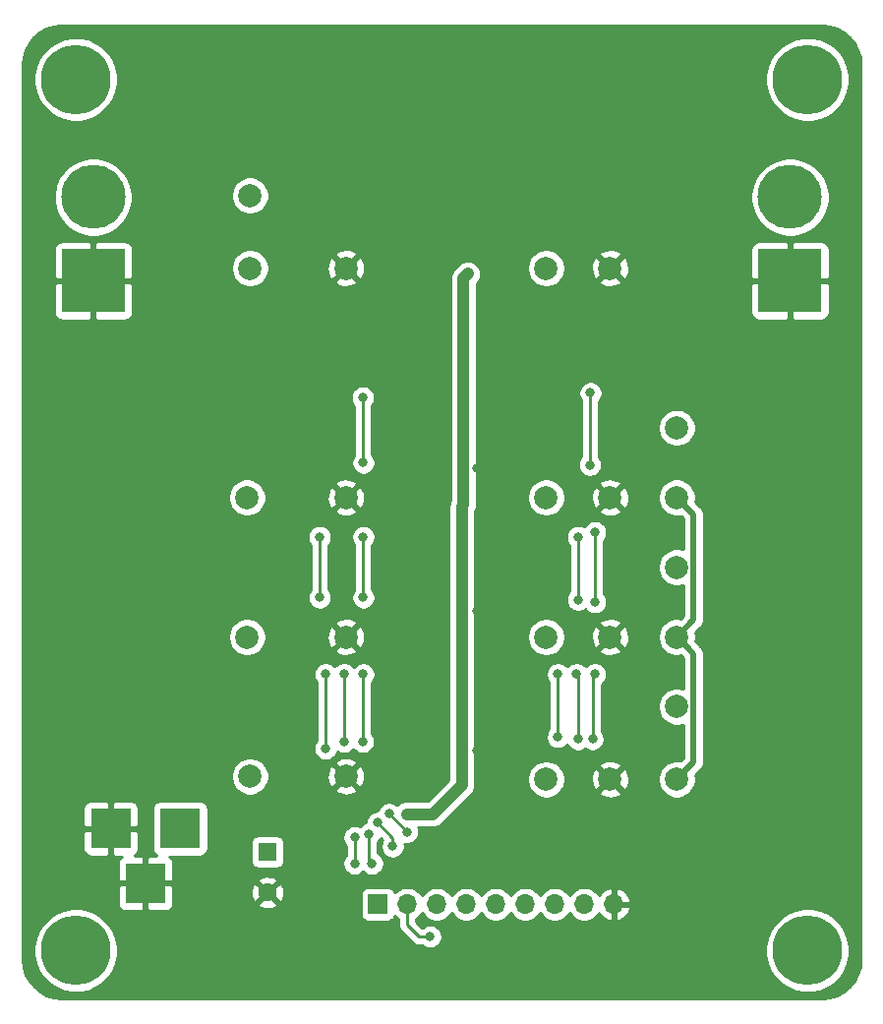
<source format=gbl>
G04 #@! TF.GenerationSoftware,KiCad,Pcbnew,(5.1.5)-3*
G04 #@! TF.CreationDate,2020-01-25T00:11:38-03:30*
G04 #@! TF.ProjectId,Power Sense PCB,506f7765-7220-4536-956e-736520504342,rev?*
G04 #@! TF.SameCoordinates,Original*
G04 #@! TF.FileFunction,Copper,L2,Bot*
G04 #@! TF.FilePolarity,Positive*
%FSLAX46Y46*%
G04 Gerber Fmt 4.6, Leading zero omitted, Abs format (unit mm)*
G04 Created by KiCad (PCBNEW (5.1.5)-3) date 2020-01-25 00:11:38*
%MOMM*%
%LPD*%
G04 APERTURE LIST*
%ADD10C,6.000000*%
%ADD11C,0.800000*%
%ADD12R,3.500000X3.500000*%
%ADD13C,5.516000*%
%ADD14R,5.516000X5.516000*%
%ADD15C,2.000000*%
%ADD16C,1.600000*%
%ADD17R,1.600000X1.600000*%
%ADD18O,1.700000X1.700000*%
%ADD19R,1.700000X1.700000*%
%ADD20C,0.250000*%
%ADD21C,1.000000*%
%ADD22C,0.500000*%
%ADD23C,0.254000*%
G04 APERTURE END LIST*
D10*
X60500000Y-121000000D03*
D11*
X62750000Y-121000000D03*
X62090990Y-122590990D03*
X60500000Y-123250000D03*
X58909010Y-122590990D03*
X58250000Y-121000000D03*
X58909010Y-119409010D03*
X60500000Y-118750000D03*
X62090990Y-119409010D03*
X125090990Y-44409010D03*
X123500000Y-43750000D03*
X121909010Y-44409010D03*
X121250000Y-46000000D03*
X121909010Y-47590990D03*
X123500000Y-48250000D03*
X125090990Y-47590990D03*
X125750000Y-46000000D03*
D10*
X123500000Y-46000000D03*
D11*
X62090990Y-44409010D03*
X60500000Y-43750000D03*
X58909010Y-44409010D03*
X58250000Y-46000000D03*
X58909010Y-47590990D03*
X60500000Y-48250000D03*
X62090990Y-47590990D03*
X62750000Y-46000000D03*
D10*
X60500000Y-46000000D03*
X123500000Y-121000000D03*
D11*
X125750000Y-121000000D03*
X125090990Y-122590990D03*
X123500000Y-123250000D03*
X121909010Y-122590990D03*
X121250000Y-121000000D03*
X121909010Y-119409010D03*
X123500000Y-118750000D03*
X125090990Y-119409010D03*
D12*
X66500000Y-115200000D03*
X63500000Y-110500000D03*
X69500000Y-110500000D03*
D13*
X62000000Y-56150000D03*
D14*
X62000000Y-63350000D03*
X122000000Y-63350000D03*
D13*
X122000000Y-56150000D03*
D15*
X75500000Y-62250000D03*
X83750000Y-62250000D03*
X75250000Y-82000000D03*
X83750000Y-82000000D03*
X101000000Y-62250000D03*
X101000000Y-82000000D03*
X75500000Y-56000000D03*
X106500000Y-62250000D03*
X75250000Y-94000000D03*
X106500000Y-82000000D03*
X112250000Y-82000000D03*
X112250000Y-106250000D03*
X112250000Y-94000000D03*
X101000000Y-94000000D03*
X83750000Y-94000000D03*
X75500000Y-106000000D03*
X106500000Y-94000000D03*
X101000000Y-106250000D03*
X83750000Y-106000000D03*
X112250000Y-76000000D03*
X112250000Y-88000000D03*
X112250000Y-100000000D03*
X106500000Y-106250000D03*
D16*
X77000000Y-116000000D03*
D17*
X77000000Y-112500000D03*
D18*
X106820000Y-117000000D03*
X104280000Y-117000000D03*
X101740000Y-117000000D03*
X99200000Y-117000000D03*
X96660000Y-117000000D03*
X94120000Y-117000000D03*
X91580000Y-117000000D03*
X89040000Y-117000000D03*
D19*
X86500000Y-117000000D03*
D11*
X87472182Y-109222182D03*
X89027818Y-110777818D03*
X85250004Y-85400000D03*
X85250000Y-90600000D03*
X85250006Y-79000000D03*
X85200000Y-73400000D03*
X85250000Y-97200000D03*
X85199996Y-103000000D03*
X97750000Y-82000000D03*
X96000000Y-80500000D03*
X95000000Y-79500000D03*
X86500000Y-81500000D03*
X86500000Y-84000000D03*
X78250000Y-84500000D03*
X80000000Y-85500000D03*
X95250000Y-60000000D03*
X86500000Y-61250000D03*
X86500000Y-63750000D03*
X97750000Y-62250000D03*
X78500000Y-64250000D03*
X80500000Y-65250000D03*
X86500000Y-105250000D03*
X86500000Y-107750000D03*
X95000000Y-103750000D03*
X98000000Y-94000000D03*
X86500000Y-93250000D03*
X86500000Y-95750000D03*
X95000000Y-91750000D03*
X98000000Y-106250000D03*
X78250000Y-108250000D03*
X80000000Y-109250000D03*
X82500000Y-117250000D03*
X78000000Y-96250000D03*
X79750000Y-97250000D03*
X92000000Y-61400000D03*
X91800000Y-81400000D03*
X91600000Y-93400000D03*
X91600000Y-105400000D03*
X86500000Y-110000000D03*
X87777818Y-112027818D03*
X81500000Y-85400000D03*
X81500000Y-90600000D03*
X83600000Y-103000000D03*
X83599994Y-97200000D03*
X91000000Y-119800021D03*
X104800000Y-73000000D03*
X104750000Y-79200000D03*
X105200000Y-85000000D03*
X105200000Y-91000000D03*
X105000000Y-102800000D03*
X105200000Y-97200000D03*
X103750000Y-85400000D03*
X103750000Y-90800000D03*
X103750000Y-102800000D03*
X103600000Y-97200000D03*
X89000000Y-109250000D03*
X93750000Y-106750000D03*
X93750000Y-94635000D03*
X93885000Y-82635000D03*
X94250000Y-62750000D03*
X102000000Y-102600000D03*
X102000000Y-97200000D03*
X86000000Y-113500000D03*
X82000000Y-103600000D03*
X85701761Y-110992603D03*
X82000000Y-97200000D03*
X84500000Y-111250000D03*
X84500000Y-113500000D03*
D20*
X87472182Y-109222182D02*
X89027818Y-110777818D01*
X85250004Y-85400000D02*
X85250004Y-90599996D01*
X85250004Y-90599996D02*
X85250000Y-90600000D01*
X85250006Y-73450006D02*
X85200000Y-73400000D01*
X85250006Y-79000000D02*
X85250006Y-73450006D01*
X85250000Y-102949996D02*
X85199996Y-103000000D01*
X85250000Y-97200000D02*
X85250000Y-102949996D01*
X86500000Y-110000000D02*
X87777818Y-111277818D01*
X87777818Y-111277818D02*
X87777818Y-112027818D01*
X81500000Y-85400000D02*
X81500000Y-90600000D01*
X83600000Y-103000000D02*
X83600000Y-97200006D01*
X83600000Y-97200006D02*
X83599994Y-97200000D01*
X91000000Y-119800021D02*
X90050021Y-119800021D01*
X89040000Y-118790000D02*
X89040000Y-117000000D01*
X90050021Y-119800021D02*
X89040000Y-118790000D01*
X104800000Y-73000000D02*
X104750000Y-79200000D01*
X105200000Y-85000000D02*
X105200000Y-91000000D01*
X105000000Y-97400000D02*
X105200000Y-97200000D01*
X105000000Y-102800000D02*
X105000000Y-97400000D01*
X103750000Y-85400000D02*
X103750000Y-90800000D01*
X103750000Y-102800000D02*
X103750000Y-97350000D01*
X103750000Y-97350000D02*
X103600000Y-97200000D01*
D21*
X91250000Y-109250000D02*
X93750000Y-106750000D01*
X89000000Y-109250000D02*
X91250000Y-109250000D01*
X93750000Y-95435000D02*
X93750000Y-106750000D01*
X93750000Y-94635000D02*
X93750000Y-95435000D01*
X93750000Y-82770000D02*
X93885000Y-82635000D01*
X93750000Y-94635000D02*
X93750000Y-82770000D01*
X93885000Y-63115000D02*
X94250000Y-62750000D01*
X93885000Y-82635000D02*
X93885000Y-63115000D01*
D20*
X102000000Y-102600000D02*
X102000000Y-97200000D01*
X85701761Y-113201761D02*
X86000000Y-113500000D01*
X85701761Y-110992603D02*
X85701761Y-113201761D01*
X82000000Y-103600000D02*
X82000000Y-97200000D01*
X84500000Y-111250000D02*
X84500000Y-113500000D01*
D22*
X113700001Y-95450001D02*
X113249999Y-94999999D01*
X113700001Y-104799999D02*
X113700001Y-95450001D01*
X113249999Y-94999999D02*
X112250000Y-94000000D01*
X112250000Y-106250000D02*
X113700001Y-104799999D01*
X113249999Y-82999999D02*
X112250000Y-82000000D01*
X113700001Y-92549999D02*
X113700001Y-83450001D01*
X113700001Y-83450001D02*
X113249999Y-82999999D01*
X112250000Y-94000000D02*
X113700001Y-92549999D01*
D23*
G36*
X125398126Y-41476714D02*
G01*
X126021572Y-41664943D01*
X126596579Y-41970681D01*
X127101247Y-42382279D01*
X127516362Y-42884067D01*
X127826105Y-43456924D01*
X128018682Y-44079039D01*
X128090000Y-44757584D01*
X128090001Y-121717711D01*
X128023286Y-122398126D01*
X127835057Y-123021570D01*
X127529323Y-123596573D01*
X127117721Y-124101248D01*
X126615933Y-124516362D01*
X126043077Y-124826104D01*
X125420961Y-125018682D01*
X124742417Y-125090000D01*
X59282279Y-125090000D01*
X58601874Y-125023286D01*
X57978430Y-124835057D01*
X57403427Y-124529323D01*
X56898752Y-124117721D01*
X56483638Y-123615933D01*
X56173896Y-123043077D01*
X55981318Y-122420961D01*
X55910000Y-121742417D01*
X55910000Y-120641984D01*
X56865000Y-120641984D01*
X56865000Y-121358016D01*
X57004691Y-122060290D01*
X57278705Y-122721818D01*
X57676511Y-123317177D01*
X58182823Y-123823489D01*
X58778182Y-124221295D01*
X59439710Y-124495309D01*
X60141984Y-124635000D01*
X60858016Y-124635000D01*
X61560290Y-124495309D01*
X62221818Y-124221295D01*
X62817177Y-123823489D01*
X63323489Y-123317177D01*
X63721295Y-122721818D01*
X63995309Y-122060290D01*
X64135000Y-121358016D01*
X64135000Y-120641984D01*
X63995309Y-119939710D01*
X63721295Y-119278182D01*
X63323489Y-118682823D01*
X62817177Y-118176511D01*
X62221818Y-117778705D01*
X61560290Y-117504691D01*
X60858016Y-117365000D01*
X60141984Y-117365000D01*
X59439710Y-117504691D01*
X58778182Y-117778705D01*
X58182823Y-118176511D01*
X57676511Y-118682823D01*
X57278705Y-119278182D01*
X57004691Y-119939710D01*
X56865000Y-120641984D01*
X55910000Y-120641984D01*
X55910000Y-116950000D01*
X64111928Y-116950000D01*
X64124188Y-117074482D01*
X64160498Y-117194180D01*
X64219463Y-117304494D01*
X64298815Y-117401185D01*
X64395506Y-117480537D01*
X64505820Y-117539502D01*
X64625518Y-117575812D01*
X64750000Y-117588072D01*
X66214250Y-117585000D01*
X66373000Y-117426250D01*
X66373000Y-115327000D01*
X66627000Y-115327000D01*
X66627000Y-117426250D01*
X66785750Y-117585000D01*
X68250000Y-117588072D01*
X68374482Y-117575812D01*
X68494180Y-117539502D01*
X68604494Y-117480537D01*
X68701185Y-117401185D01*
X68780537Y-117304494D01*
X68839502Y-117194180D01*
X68875812Y-117074482D01*
X68883866Y-116992702D01*
X76186903Y-116992702D01*
X76258486Y-117236671D01*
X76513996Y-117357571D01*
X76788184Y-117426300D01*
X77070512Y-117440217D01*
X77350130Y-117398787D01*
X77616292Y-117303603D01*
X77741514Y-117236671D01*
X77813097Y-116992702D01*
X77000000Y-116179605D01*
X76186903Y-116992702D01*
X68883866Y-116992702D01*
X68888072Y-116950000D01*
X68886227Y-116070512D01*
X75559783Y-116070512D01*
X75601213Y-116350130D01*
X75696397Y-116616292D01*
X75763329Y-116741514D01*
X76007298Y-116813097D01*
X76820395Y-116000000D01*
X77179605Y-116000000D01*
X77992702Y-116813097D01*
X78236671Y-116741514D01*
X78357571Y-116486004D01*
X78426300Y-116211816D01*
X78429347Y-116150000D01*
X85011928Y-116150000D01*
X85011928Y-117850000D01*
X85024188Y-117974482D01*
X85060498Y-118094180D01*
X85119463Y-118204494D01*
X85198815Y-118301185D01*
X85295506Y-118380537D01*
X85405820Y-118439502D01*
X85525518Y-118475812D01*
X85650000Y-118488072D01*
X87350000Y-118488072D01*
X87474482Y-118475812D01*
X87594180Y-118439502D01*
X87704494Y-118380537D01*
X87801185Y-118301185D01*
X87880537Y-118204494D01*
X87939502Y-118094180D01*
X87961513Y-118021620D01*
X88093368Y-118153475D01*
X88280000Y-118278179D01*
X88280000Y-118752677D01*
X88276324Y-118790000D01*
X88280000Y-118827322D01*
X88280000Y-118827332D01*
X88290997Y-118938985D01*
X88324981Y-119051018D01*
X88334454Y-119082246D01*
X88405026Y-119214276D01*
X88442568Y-119260020D01*
X88499999Y-119330001D01*
X88529002Y-119353803D01*
X89486226Y-120311029D01*
X89510020Y-120340022D01*
X89539013Y-120363816D01*
X89539017Y-120363820D01*
X89588265Y-120404236D01*
X89625745Y-120434995D01*
X89757774Y-120505567D01*
X89901035Y-120549024D01*
X90012688Y-120560021D01*
X90012697Y-120560021D01*
X90050020Y-120563697D01*
X90087343Y-120560021D01*
X90296289Y-120560021D01*
X90340226Y-120603958D01*
X90509744Y-120717226D01*
X90698102Y-120795247D01*
X90898061Y-120835021D01*
X91101939Y-120835021D01*
X91301898Y-120795247D01*
X91490256Y-120717226D01*
X91602863Y-120641984D01*
X119865000Y-120641984D01*
X119865000Y-121358016D01*
X120004691Y-122060290D01*
X120278705Y-122721818D01*
X120676511Y-123317177D01*
X121182823Y-123823489D01*
X121778182Y-124221295D01*
X122439710Y-124495309D01*
X123141984Y-124635000D01*
X123858016Y-124635000D01*
X124560290Y-124495309D01*
X125221818Y-124221295D01*
X125817177Y-123823489D01*
X126323489Y-123317177D01*
X126721295Y-122721818D01*
X126995309Y-122060290D01*
X127135000Y-121358016D01*
X127135000Y-120641984D01*
X126995309Y-119939710D01*
X126721295Y-119278182D01*
X126323489Y-118682823D01*
X125817177Y-118176511D01*
X125221818Y-117778705D01*
X124560290Y-117504691D01*
X123858016Y-117365000D01*
X123141984Y-117365000D01*
X122439710Y-117504691D01*
X121778182Y-117778705D01*
X121182823Y-118176511D01*
X120676511Y-118682823D01*
X120278705Y-119278182D01*
X120004691Y-119939710D01*
X119865000Y-120641984D01*
X91602863Y-120641984D01*
X91659774Y-120603958D01*
X91803937Y-120459795D01*
X91917205Y-120290277D01*
X91995226Y-120101919D01*
X92035000Y-119901960D01*
X92035000Y-119698082D01*
X91995226Y-119498123D01*
X91917205Y-119309765D01*
X91803937Y-119140247D01*
X91659774Y-118996084D01*
X91490256Y-118882816D01*
X91301898Y-118804795D01*
X91101939Y-118765021D01*
X90898061Y-118765021D01*
X90698102Y-118804795D01*
X90509744Y-118882816D01*
X90340226Y-118996084D01*
X90330556Y-119005754D01*
X89800000Y-118475199D01*
X89800000Y-118278178D01*
X89986632Y-118153475D01*
X90193475Y-117946632D01*
X90310000Y-117772240D01*
X90426525Y-117946632D01*
X90633368Y-118153475D01*
X90876589Y-118315990D01*
X91146842Y-118427932D01*
X91433740Y-118485000D01*
X91726260Y-118485000D01*
X92013158Y-118427932D01*
X92283411Y-118315990D01*
X92526632Y-118153475D01*
X92733475Y-117946632D01*
X92850000Y-117772240D01*
X92966525Y-117946632D01*
X93173368Y-118153475D01*
X93416589Y-118315990D01*
X93686842Y-118427932D01*
X93973740Y-118485000D01*
X94266260Y-118485000D01*
X94553158Y-118427932D01*
X94823411Y-118315990D01*
X95066632Y-118153475D01*
X95273475Y-117946632D01*
X95390000Y-117772240D01*
X95506525Y-117946632D01*
X95713368Y-118153475D01*
X95956589Y-118315990D01*
X96226842Y-118427932D01*
X96513740Y-118485000D01*
X96806260Y-118485000D01*
X97093158Y-118427932D01*
X97363411Y-118315990D01*
X97606632Y-118153475D01*
X97813475Y-117946632D01*
X97930000Y-117772240D01*
X98046525Y-117946632D01*
X98253368Y-118153475D01*
X98496589Y-118315990D01*
X98766842Y-118427932D01*
X99053740Y-118485000D01*
X99346260Y-118485000D01*
X99633158Y-118427932D01*
X99903411Y-118315990D01*
X100146632Y-118153475D01*
X100353475Y-117946632D01*
X100470000Y-117772240D01*
X100586525Y-117946632D01*
X100793368Y-118153475D01*
X101036589Y-118315990D01*
X101306842Y-118427932D01*
X101593740Y-118485000D01*
X101886260Y-118485000D01*
X102173158Y-118427932D01*
X102443411Y-118315990D01*
X102686632Y-118153475D01*
X102893475Y-117946632D01*
X103010000Y-117772240D01*
X103126525Y-117946632D01*
X103333368Y-118153475D01*
X103576589Y-118315990D01*
X103846842Y-118427932D01*
X104133740Y-118485000D01*
X104426260Y-118485000D01*
X104713158Y-118427932D01*
X104983411Y-118315990D01*
X105226632Y-118153475D01*
X105433475Y-117946632D01*
X105555195Y-117764466D01*
X105624822Y-117881355D01*
X105819731Y-118097588D01*
X106053080Y-118271641D01*
X106315901Y-118396825D01*
X106463110Y-118441476D01*
X106693000Y-118320155D01*
X106693000Y-117127000D01*
X106947000Y-117127000D01*
X106947000Y-118320155D01*
X107176890Y-118441476D01*
X107324099Y-118396825D01*
X107586920Y-118271641D01*
X107820269Y-118097588D01*
X108015178Y-117881355D01*
X108164157Y-117631252D01*
X108261481Y-117356891D01*
X108140814Y-117127000D01*
X106947000Y-117127000D01*
X106693000Y-117127000D01*
X106673000Y-117127000D01*
X106673000Y-116873000D01*
X106693000Y-116873000D01*
X106693000Y-115679845D01*
X106947000Y-115679845D01*
X106947000Y-116873000D01*
X108140814Y-116873000D01*
X108261481Y-116643109D01*
X108164157Y-116368748D01*
X108015178Y-116118645D01*
X107820269Y-115902412D01*
X107586920Y-115728359D01*
X107324099Y-115603175D01*
X107176890Y-115558524D01*
X106947000Y-115679845D01*
X106693000Y-115679845D01*
X106463110Y-115558524D01*
X106315901Y-115603175D01*
X106053080Y-115728359D01*
X105819731Y-115902412D01*
X105624822Y-116118645D01*
X105555195Y-116235534D01*
X105433475Y-116053368D01*
X105226632Y-115846525D01*
X104983411Y-115684010D01*
X104713158Y-115572068D01*
X104426260Y-115515000D01*
X104133740Y-115515000D01*
X103846842Y-115572068D01*
X103576589Y-115684010D01*
X103333368Y-115846525D01*
X103126525Y-116053368D01*
X103010000Y-116227760D01*
X102893475Y-116053368D01*
X102686632Y-115846525D01*
X102443411Y-115684010D01*
X102173158Y-115572068D01*
X101886260Y-115515000D01*
X101593740Y-115515000D01*
X101306842Y-115572068D01*
X101036589Y-115684010D01*
X100793368Y-115846525D01*
X100586525Y-116053368D01*
X100470000Y-116227760D01*
X100353475Y-116053368D01*
X100146632Y-115846525D01*
X99903411Y-115684010D01*
X99633158Y-115572068D01*
X99346260Y-115515000D01*
X99053740Y-115515000D01*
X98766842Y-115572068D01*
X98496589Y-115684010D01*
X98253368Y-115846525D01*
X98046525Y-116053368D01*
X97930000Y-116227760D01*
X97813475Y-116053368D01*
X97606632Y-115846525D01*
X97363411Y-115684010D01*
X97093158Y-115572068D01*
X96806260Y-115515000D01*
X96513740Y-115515000D01*
X96226842Y-115572068D01*
X95956589Y-115684010D01*
X95713368Y-115846525D01*
X95506525Y-116053368D01*
X95390000Y-116227760D01*
X95273475Y-116053368D01*
X95066632Y-115846525D01*
X94823411Y-115684010D01*
X94553158Y-115572068D01*
X94266260Y-115515000D01*
X93973740Y-115515000D01*
X93686842Y-115572068D01*
X93416589Y-115684010D01*
X93173368Y-115846525D01*
X92966525Y-116053368D01*
X92850000Y-116227760D01*
X92733475Y-116053368D01*
X92526632Y-115846525D01*
X92283411Y-115684010D01*
X92013158Y-115572068D01*
X91726260Y-115515000D01*
X91433740Y-115515000D01*
X91146842Y-115572068D01*
X90876589Y-115684010D01*
X90633368Y-115846525D01*
X90426525Y-116053368D01*
X90310000Y-116227760D01*
X90193475Y-116053368D01*
X89986632Y-115846525D01*
X89743411Y-115684010D01*
X89473158Y-115572068D01*
X89186260Y-115515000D01*
X88893740Y-115515000D01*
X88606842Y-115572068D01*
X88336589Y-115684010D01*
X88093368Y-115846525D01*
X87961513Y-115978380D01*
X87939502Y-115905820D01*
X87880537Y-115795506D01*
X87801185Y-115698815D01*
X87704494Y-115619463D01*
X87594180Y-115560498D01*
X87474482Y-115524188D01*
X87350000Y-115511928D01*
X85650000Y-115511928D01*
X85525518Y-115524188D01*
X85405820Y-115560498D01*
X85295506Y-115619463D01*
X85198815Y-115698815D01*
X85119463Y-115795506D01*
X85060498Y-115905820D01*
X85024188Y-116025518D01*
X85011928Y-116150000D01*
X78429347Y-116150000D01*
X78440217Y-115929488D01*
X78398787Y-115649870D01*
X78303603Y-115383708D01*
X78236671Y-115258486D01*
X77992702Y-115186903D01*
X77179605Y-116000000D01*
X76820395Y-116000000D01*
X76007298Y-115186903D01*
X75763329Y-115258486D01*
X75642429Y-115513996D01*
X75573700Y-115788184D01*
X75559783Y-116070512D01*
X68886227Y-116070512D01*
X68885000Y-115485750D01*
X68726250Y-115327000D01*
X66627000Y-115327000D01*
X66373000Y-115327000D01*
X64273750Y-115327000D01*
X64115000Y-115485750D01*
X64111928Y-116950000D01*
X55910000Y-116950000D01*
X55910000Y-112250000D01*
X61111928Y-112250000D01*
X61124188Y-112374482D01*
X61160498Y-112494180D01*
X61219463Y-112604494D01*
X61298815Y-112701185D01*
X61395506Y-112780537D01*
X61505820Y-112839502D01*
X61625518Y-112875812D01*
X61750000Y-112888072D01*
X63214250Y-112885000D01*
X63373000Y-112726250D01*
X63373000Y-110627000D01*
X63627000Y-110627000D01*
X63627000Y-112726250D01*
X63785750Y-112885000D01*
X64457345Y-112886409D01*
X64395506Y-112919463D01*
X64298815Y-112998815D01*
X64219463Y-113095506D01*
X64160498Y-113205820D01*
X64124188Y-113325518D01*
X64111928Y-113450000D01*
X64115000Y-114914250D01*
X64273750Y-115073000D01*
X66373000Y-115073000D01*
X66373000Y-112973750D01*
X66627000Y-112973750D01*
X66627000Y-115073000D01*
X68726250Y-115073000D01*
X68791952Y-115007298D01*
X76186903Y-115007298D01*
X77000000Y-115820395D01*
X77813097Y-115007298D01*
X77741514Y-114763329D01*
X77486004Y-114642429D01*
X77211816Y-114573700D01*
X76929488Y-114559783D01*
X76649870Y-114601213D01*
X76383708Y-114696397D01*
X76258486Y-114763329D01*
X76186903Y-115007298D01*
X68791952Y-115007298D01*
X68885000Y-114914250D01*
X68888072Y-113450000D01*
X68875812Y-113325518D01*
X68839502Y-113205820D01*
X68780537Y-113095506D01*
X68701185Y-112998815D01*
X68604494Y-112919463D01*
X68545767Y-112888072D01*
X71250000Y-112888072D01*
X71374482Y-112875812D01*
X71494180Y-112839502D01*
X71604494Y-112780537D01*
X71701185Y-112701185D01*
X71780537Y-112604494D01*
X71839502Y-112494180D01*
X71875812Y-112374482D01*
X71888072Y-112250000D01*
X71888072Y-111700000D01*
X75561928Y-111700000D01*
X75561928Y-113300000D01*
X75574188Y-113424482D01*
X75610498Y-113544180D01*
X75669463Y-113654494D01*
X75748815Y-113751185D01*
X75845506Y-113830537D01*
X75955820Y-113889502D01*
X76075518Y-113925812D01*
X76200000Y-113938072D01*
X77800000Y-113938072D01*
X77924482Y-113925812D01*
X78044180Y-113889502D01*
X78154494Y-113830537D01*
X78251185Y-113751185D01*
X78330537Y-113654494D01*
X78389502Y-113544180D01*
X78425812Y-113424482D01*
X78438072Y-113300000D01*
X78438072Y-111700000D01*
X78425812Y-111575518D01*
X78389502Y-111455820D01*
X78330537Y-111345506D01*
X78251185Y-111248815D01*
X78154494Y-111169463D01*
X78114455Y-111148061D01*
X83465000Y-111148061D01*
X83465000Y-111351939D01*
X83504774Y-111551898D01*
X83582795Y-111740256D01*
X83696063Y-111909774D01*
X83740000Y-111953711D01*
X83740001Y-112796288D01*
X83696063Y-112840226D01*
X83582795Y-113009744D01*
X83504774Y-113198102D01*
X83465000Y-113398061D01*
X83465000Y-113601939D01*
X83504774Y-113801898D01*
X83582795Y-113990256D01*
X83696063Y-114159774D01*
X83840226Y-114303937D01*
X84009744Y-114417205D01*
X84198102Y-114495226D01*
X84398061Y-114535000D01*
X84601939Y-114535000D01*
X84801898Y-114495226D01*
X84990256Y-114417205D01*
X85159774Y-114303937D01*
X85250000Y-114213711D01*
X85340226Y-114303937D01*
X85509744Y-114417205D01*
X85698102Y-114495226D01*
X85898061Y-114535000D01*
X86101939Y-114535000D01*
X86301898Y-114495226D01*
X86490256Y-114417205D01*
X86659774Y-114303937D01*
X86803937Y-114159774D01*
X86917205Y-113990256D01*
X86995226Y-113801898D01*
X87035000Y-113601939D01*
X87035000Y-113398061D01*
X86995226Y-113198102D01*
X86917205Y-113009744D01*
X86803937Y-112840226D01*
X86659774Y-112696063D01*
X86490256Y-112582795D01*
X86461761Y-112570992D01*
X86461761Y-111696314D01*
X86505698Y-111652377D01*
X86618966Y-111482859D01*
X86696987Y-111294501D01*
X86700755Y-111275557D01*
X86901527Y-111476329D01*
X86860613Y-111537562D01*
X86782592Y-111725920D01*
X86742818Y-111925879D01*
X86742818Y-112129757D01*
X86782592Y-112329716D01*
X86860613Y-112518074D01*
X86973881Y-112687592D01*
X87118044Y-112831755D01*
X87287562Y-112945023D01*
X87475920Y-113023044D01*
X87675879Y-113062818D01*
X87879757Y-113062818D01*
X88079716Y-113023044D01*
X88268074Y-112945023D01*
X88437592Y-112831755D01*
X88581755Y-112687592D01*
X88695023Y-112518074D01*
X88773044Y-112329716D01*
X88812818Y-112129757D01*
X88812818Y-111925879D01*
X88784745Y-111784745D01*
X88925879Y-111812818D01*
X89129757Y-111812818D01*
X89329716Y-111773044D01*
X89518074Y-111695023D01*
X89687592Y-111581755D01*
X89831755Y-111437592D01*
X89945023Y-111268074D01*
X90023044Y-111079716D01*
X90062818Y-110879757D01*
X90062818Y-110675879D01*
X90023044Y-110475920D01*
X89985383Y-110385000D01*
X91194249Y-110385000D01*
X91250000Y-110390491D01*
X91305751Y-110385000D01*
X91305752Y-110385000D01*
X91472499Y-110368577D01*
X91686447Y-110303676D01*
X91883623Y-110198284D01*
X92056449Y-110056449D01*
X92091996Y-110013135D01*
X94513141Y-107591991D01*
X94556449Y-107556449D01*
X94698284Y-107383623D01*
X94803676Y-107186447D01*
X94868577Y-106972499D01*
X94885000Y-106805752D01*
X94890491Y-106750000D01*
X94885000Y-106694249D01*
X94885000Y-106088967D01*
X99365000Y-106088967D01*
X99365000Y-106411033D01*
X99427832Y-106726912D01*
X99551082Y-107024463D01*
X99730013Y-107292252D01*
X99957748Y-107519987D01*
X100225537Y-107698918D01*
X100523088Y-107822168D01*
X100838967Y-107885000D01*
X101161033Y-107885000D01*
X101476912Y-107822168D01*
X101774463Y-107698918D01*
X102042252Y-107519987D01*
X102176826Y-107385413D01*
X105544192Y-107385413D01*
X105639956Y-107649814D01*
X105929571Y-107790704D01*
X106241108Y-107872384D01*
X106562595Y-107891718D01*
X106881675Y-107847961D01*
X107186088Y-107742795D01*
X107360044Y-107649814D01*
X107455808Y-107385413D01*
X106500000Y-106429605D01*
X105544192Y-107385413D01*
X102176826Y-107385413D01*
X102269987Y-107292252D01*
X102448918Y-107024463D01*
X102572168Y-106726912D01*
X102635000Y-106411033D01*
X102635000Y-106312595D01*
X104858282Y-106312595D01*
X104902039Y-106631675D01*
X105007205Y-106936088D01*
X105100186Y-107110044D01*
X105364587Y-107205808D01*
X106320395Y-106250000D01*
X106679605Y-106250000D01*
X107635413Y-107205808D01*
X107899814Y-107110044D01*
X108040704Y-106820429D01*
X108122384Y-106508892D01*
X108141718Y-106187405D01*
X108097961Y-105868325D01*
X107992795Y-105563912D01*
X107899814Y-105389956D01*
X107635413Y-105294192D01*
X106679605Y-106250000D01*
X106320395Y-106250000D01*
X105364587Y-105294192D01*
X105100186Y-105389956D01*
X104959296Y-105679571D01*
X104877616Y-105991108D01*
X104858282Y-106312595D01*
X102635000Y-106312595D01*
X102635000Y-106088967D01*
X102572168Y-105773088D01*
X102448918Y-105475537D01*
X102269987Y-105207748D01*
X102176826Y-105114587D01*
X105544192Y-105114587D01*
X106500000Y-106070395D01*
X107455808Y-105114587D01*
X107360044Y-104850186D01*
X107070429Y-104709296D01*
X106758892Y-104627616D01*
X106437405Y-104608282D01*
X106118325Y-104652039D01*
X105813912Y-104757205D01*
X105639956Y-104850186D01*
X105544192Y-105114587D01*
X102176826Y-105114587D01*
X102042252Y-104980013D01*
X101774463Y-104801082D01*
X101476912Y-104677832D01*
X101161033Y-104615000D01*
X100838967Y-104615000D01*
X100523088Y-104677832D01*
X100225537Y-104801082D01*
X99957748Y-104980013D01*
X99730013Y-105207748D01*
X99551082Y-105475537D01*
X99427832Y-105773088D01*
X99365000Y-106088967D01*
X94885000Y-106088967D01*
X94885000Y-97098061D01*
X100965000Y-97098061D01*
X100965000Y-97301939D01*
X101004774Y-97501898D01*
X101082795Y-97690256D01*
X101196063Y-97859774D01*
X101240001Y-97903712D01*
X101240000Y-101896289D01*
X101196063Y-101940226D01*
X101082795Y-102109744D01*
X101004774Y-102298102D01*
X100965000Y-102498061D01*
X100965000Y-102701939D01*
X101004774Y-102901898D01*
X101082795Y-103090256D01*
X101196063Y-103259774D01*
X101340226Y-103403937D01*
X101509744Y-103517205D01*
X101698102Y-103595226D01*
X101898061Y-103635000D01*
X102101939Y-103635000D01*
X102301898Y-103595226D01*
X102490256Y-103517205D01*
X102659774Y-103403937D01*
X102803937Y-103259774D01*
X102813957Y-103244778D01*
X102832795Y-103290256D01*
X102946063Y-103459774D01*
X103090226Y-103603937D01*
X103259744Y-103717205D01*
X103448102Y-103795226D01*
X103648061Y-103835000D01*
X103851939Y-103835000D01*
X104051898Y-103795226D01*
X104240256Y-103717205D01*
X104375000Y-103627172D01*
X104509744Y-103717205D01*
X104698102Y-103795226D01*
X104898061Y-103835000D01*
X105101939Y-103835000D01*
X105301898Y-103795226D01*
X105490256Y-103717205D01*
X105659774Y-103603937D01*
X105803937Y-103459774D01*
X105917205Y-103290256D01*
X105995226Y-103101898D01*
X106035000Y-102901939D01*
X106035000Y-102698061D01*
X105995226Y-102498102D01*
X105917205Y-102309744D01*
X105803937Y-102140226D01*
X105760000Y-102096289D01*
X105760000Y-98070604D01*
X105859774Y-98003937D01*
X106003937Y-97859774D01*
X106117205Y-97690256D01*
X106195226Y-97501898D01*
X106235000Y-97301939D01*
X106235000Y-97098061D01*
X106195226Y-96898102D01*
X106117205Y-96709744D01*
X106003937Y-96540226D01*
X105859774Y-96396063D01*
X105690256Y-96282795D01*
X105501898Y-96204774D01*
X105301939Y-96165000D01*
X105098061Y-96165000D01*
X104898102Y-96204774D01*
X104709744Y-96282795D01*
X104540226Y-96396063D01*
X104400000Y-96536289D01*
X104259774Y-96396063D01*
X104090256Y-96282795D01*
X103901898Y-96204774D01*
X103701939Y-96165000D01*
X103498061Y-96165000D01*
X103298102Y-96204774D01*
X103109744Y-96282795D01*
X102940226Y-96396063D01*
X102800000Y-96536289D01*
X102659774Y-96396063D01*
X102490256Y-96282795D01*
X102301898Y-96204774D01*
X102101939Y-96165000D01*
X101898061Y-96165000D01*
X101698102Y-96204774D01*
X101509744Y-96282795D01*
X101340226Y-96396063D01*
X101196063Y-96540226D01*
X101082795Y-96709744D01*
X101004774Y-96898102D01*
X100965000Y-97098061D01*
X94885000Y-97098061D01*
X94885000Y-93838967D01*
X99365000Y-93838967D01*
X99365000Y-94161033D01*
X99427832Y-94476912D01*
X99551082Y-94774463D01*
X99730013Y-95042252D01*
X99957748Y-95269987D01*
X100225537Y-95448918D01*
X100523088Y-95572168D01*
X100838967Y-95635000D01*
X101161033Y-95635000D01*
X101476912Y-95572168D01*
X101774463Y-95448918D01*
X102042252Y-95269987D01*
X102176826Y-95135413D01*
X105544192Y-95135413D01*
X105639956Y-95399814D01*
X105929571Y-95540704D01*
X106241108Y-95622384D01*
X106562595Y-95641718D01*
X106881675Y-95597961D01*
X107186088Y-95492795D01*
X107360044Y-95399814D01*
X107455808Y-95135413D01*
X106500000Y-94179605D01*
X105544192Y-95135413D01*
X102176826Y-95135413D01*
X102269987Y-95042252D01*
X102448918Y-94774463D01*
X102572168Y-94476912D01*
X102635000Y-94161033D01*
X102635000Y-94062595D01*
X104858282Y-94062595D01*
X104902039Y-94381675D01*
X105007205Y-94686088D01*
X105100186Y-94860044D01*
X105364587Y-94955808D01*
X106320395Y-94000000D01*
X106679605Y-94000000D01*
X107635413Y-94955808D01*
X107899814Y-94860044D01*
X108040704Y-94570429D01*
X108122384Y-94258892D01*
X108141718Y-93937405D01*
X108097961Y-93618325D01*
X107992795Y-93313912D01*
X107899814Y-93139956D01*
X107635413Y-93044192D01*
X106679605Y-94000000D01*
X106320395Y-94000000D01*
X105364587Y-93044192D01*
X105100186Y-93139956D01*
X104959296Y-93429571D01*
X104877616Y-93741108D01*
X104858282Y-94062595D01*
X102635000Y-94062595D01*
X102635000Y-93838967D01*
X102572168Y-93523088D01*
X102448918Y-93225537D01*
X102269987Y-92957748D01*
X102176826Y-92864587D01*
X105544192Y-92864587D01*
X106500000Y-93820395D01*
X107455808Y-92864587D01*
X107360044Y-92600186D01*
X107070429Y-92459296D01*
X106758892Y-92377616D01*
X106437405Y-92358282D01*
X106118325Y-92402039D01*
X105813912Y-92507205D01*
X105639956Y-92600186D01*
X105544192Y-92864587D01*
X102176826Y-92864587D01*
X102042252Y-92730013D01*
X101774463Y-92551082D01*
X101476912Y-92427832D01*
X101161033Y-92365000D01*
X100838967Y-92365000D01*
X100523088Y-92427832D01*
X100225537Y-92551082D01*
X99957748Y-92730013D01*
X99730013Y-92957748D01*
X99551082Y-93225537D01*
X99427832Y-93523088D01*
X99365000Y-93838967D01*
X94885000Y-93838967D01*
X94885000Y-85298061D01*
X102715000Y-85298061D01*
X102715000Y-85501939D01*
X102754774Y-85701898D01*
X102832795Y-85890256D01*
X102946063Y-86059774D01*
X102990000Y-86103711D01*
X102990001Y-90096288D01*
X102946063Y-90140226D01*
X102832795Y-90309744D01*
X102754774Y-90498102D01*
X102715000Y-90698061D01*
X102715000Y-90901939D01*
X102754774Y-91101898D01*
X102832795Y-91290256D01*
X102946063Y-91459774D01*
X103090226Y-91603937D01*
X103259744Y-91717205D01*
X103448102Y-91795226D01*
X103648061Y-91835000D01*
X103851939Y-91835000D01*
X104051898Y-91795226D01*
X104240256Y-91717205D01*
X104374502Y-91627505D01*
X104396063Y-91659774D01*
X104540226Y-91803937D01*
X104709744Y-91917205D01*
X104898102Y-91995226D01*
X105098061Y-92035000D01*
X105301939Y-92035000D01*
X105501898Y-91995226D01*
X105690256Y-91917205D01*
X105859774Y-91803937D01*
X106003937Y-91659774D01*
X106117205Y-91490256D01*
X106195226Y-91301898D01*
X106235000Y-91101939D01*
X106235000Y-90898061D01*
X106195226Y-90698102D01*
X106117205Y-90509744D01*
X106003937Y-90340226D01*
X105960000Y-90296289D01*
X105960000Y-85703711D01*
X106003937Y-85659774D01*
X106117205Y-85490256D01*
X106195226Y-85301898D01*
X106235000Y-85101939D01*
X106235000Y-84898061D01*
X106195226Y-84698102D01*
X106117205Y-84509744D01*
X106003937Y-84340226D01*
X105859774Y-84196063D01*
X105690256Y-84082795D01*
X105501898Y-84004774D01*
X105301939Y-83965000D01*
X105098061Y-83965000D01*
X104898102Y-84004774D01*
X104709744Y-84082795D01*
X104540226Y-84196063D01*
X104396063Y-84340226D01*
X104282795Y-84509744D01*
X104282317Y-84510899D01*
X104240256Y-84482795D01*
X104051898Y-84404774D01*
X103851939Y-84365000D01*
X103648061Y-84365000D01*
X103448102Y-84404774D01*
X103259744Y-84482795D01*
X103090226Y-84596063D01*
X102946063Y-84740226D01*
X102832795Y-84909744D01*
X102754774Y-85098102D01*
X102715000Y-85298061D01*
X94885000Y-85298061D01*
X94885000Y-83171868D01*
X94938676Y-83071447D01*
X95003577Y-82857499D01*
X95020000Y-82690752D01*
X95020000Y-82690751D01*
X95025491Y-82635000D01*
X95020000Y-82579248D01*
X95020000Y-81838967D01*
X99365000Y-81838967D01*
X99365000Y-82161033D01*
X99427832Y-82476912D01*
X99551082Y-82774463D01*
X99730013Y-83042252D01*
X99957748Y-83269987D01*
X100225537Y-83448918D01*
X100523088Y-83572168D01*
X100838967Y-83635000D01*
X101161033Y-83635000D01*
X101476912Y-83572168D01*
X101774463Y-83448918D01*
X102042252Y-83269987D01*
X102176826Y-83135413D01*
X105544192Y-83135413D01*
X105639956Y-83399814D01*
X105929571Y-83540704D01*
X106241108Y-83622384D01*
X106562595Y-83641718D01*
X106881675Y-83597961D01*
X107186088Y-83492795D01*
X107360044Y-83399814D01*
X107455808Y-83135413D01*
X106500000Y-82179605D01*
X105544192Y-83135413D01*
X102176826Y-83135413D01*
X102269987Y-83042252D01*
X102448918Y-82774463D01*
X102572168Y-82476912D01*
X102635000Y-82161033D01*
X102635000Y-82062595D01*
X104858282Y-82062595D01*
X104902039Y-82381675D01*
X105007205Y-82686088D01*
X105100186Y-82860044D01*
X105364587Y-82955808D01*
X106320395Y-82000000D01*
X106679605Y-82000000D01*
X107635413Y-82955808D01*
X107899814Y-82860044D01*
X108040704Y-82570429D01*
X108122384Y-82258892D01*
X108141718Y-81937405D01*
X108128219Y-81838967D01*
X110615000Y-81838967D01*
X110615000Y-82161033D01*
X110677832Y-82476912D01*
X110801082Y-82774463D01*
X110980013Y-83042252D01*
X111207748Y-83269987D01*
X111475537Y-83448918D01*
X111773088Y-83572168D01*
X112088967Y-83635000D01*
X112411033Y-83635000D01*
X112596525Y-83598104D01*
X112654952Y-83656531D01*
X112654958Y-83656536D01*
X112815002Y-83816580D01*
X112815002Y-86464320D01*
X112726912Y-86427832D01*
X112411033Y-86365000D01*
X112088967Y-86365000D01*
X111773088Y-86427832D01*
X111475537Y-86551082D01*
X111207748Y-86730013D01*
X110980013Y-86957748D01*
X110801082Y-87225537D01*
X110677832Y-87523088D01*
X110615000Y-87838967D01*
X110615000Y-88161033D01*
X110677832Y-88476912D01*
X110801082Y-88774463D01*
X110980013Y-89042252D01*
X111207748Y-89269987D01*
X111475537Y-89448918D01*
X111773088Y-89572168D01*
X112088967Y-89635000D01*
X112411033Y-89635000D01*
X112726912Y-89572168D01*
X112815001Y-89535680D01*
X112815001Y-92183420D01*
X112596525Y-92401896D01*
X112411033Y-92365000D01*
X112088967Y-92365000D01*
X111773088Y-92427832D01*
X111475537Y-92551082D01*
X111207748Y-92730013D01*
X110980013Y-92957748D01*
X110801082Y-93225537D01*
X110677832Y-93523088D01*
X110615000Y-93838967D01*
X110615000Y-94161033D01*
X110677832Y-94476912D01*
X110801082Y-94774463D01*
X110980013Y-95042252D01*
X111207748Y-95269987D01*
X111475537Y-95448918D01*
X111773088Y-95572168D01*
X112088967Y-95635000D01*
X112411033Y-95635000D01*
X112596525Y-95598104D01*
X112654952Y-95656531D01*
X112654958Y-95656536D01*
X112815002Y-95816580D01*
X112815002Y-98464320D01*
X112726912Y-98427832D01*
X112411033Y-98365000D01*
X112088967Y-98365000D01*
X111773088Y-98427832D01*
X111475537Y-98551082D01*
X111207748Y-98730013D01*
X110980013Y-98957748D01*
X110801082Y-99225537D01*
X110677832Y-99523088D01*
X110615000Y-99838967D01*
X110615000Y-100161033D01*
X110677832Y-100476912D01*
X110801082Y-100774463D01*
X110980013Y-101042252D01*
X111207748Y-101269987D01*
X111475537Y-101448918D01*
X111773088Y-101572168D01*
X112088967Y-101635000D01*
X112411033Y-101635000D01*
X112726912Y-101572168D01*
X112815001Y-101535680D01*
X112815001Y-104433420D01*
X112596525Y-104651896D01*
X112411033Y-104615000D01*
X112088967Y-104615000D01*
X111773088Y-104677832D01*
X111475537Y-104801082D01*
X111207748Y-104980013D01*
X110980013Y-105207748D01*
X110801082Y-105475537D01*
X110677832Y-105773088D01*
X110615000Y-106088967D01*
X110615000Y-106411033D01*
X110677832Y-106726912D01*
X110801082Y-107024463D01*
X110980013Y-107292252D01*
X111207748Y-107519987D01*
X111475537Y-107698918D01*
X111773088Y-107822168D01*
X112088967Y-107885000D01*
X112411033Y-107885000D01*
X112726912Y-107822168D01*
X113024463Y-107698918D01*
X113292252Y-107519987D01*
X113519987Y-107292252D01*
X113698918Y-107024463D01*
X113822168Y-106726912D01*
X113885000Y-106411033D01*
X113885000Y-106088967D01*
X113848104Y-105903475D01*
X114295051Y-105456528D01*
X114328818Y-105428816D01*
X114439412Y-105294058D01*
X114521590Y-105140312D01*
X114572196Y-104973489D01*
X114585001Y-104843476D01*
X114585001Y-104843466D01*
X114589282Y-104800000D01*
X114585001Y-104756533D01*
X114585001Y-95493470D01*
X114589282Y-95450001D01*
X114585001Y-95406532D01*
X114585001Y-95406524D01*
X114572196Y-95276511D01*
X114521590Y-95109688D01*
X114439412Y-94955942D01*
X114328818Y-94821184D01*
X114295045Y-94793467D01*
X113906536Y-94404958D01*
X113906531Y-94404952D01*
X113848104Y-94346525D01*
X113885000Y-94161033D01*
X113885000Y-93838967D01*
X113848104Y-93653475D01*
X114295051Y-93206528D01*
X114328818Y-93178816D01*
X114439412Y-93044058D01*
X114521590Y-92890312D01*
X114572196Y-92723489D01*
X114585001Y-92593476D01*
X114585001Y-92593466D01*
X114589282Y-92550000D01*
X114585001Y-92506533D01*
X114585001Y-83493470D01*
X114589282Y-83450001D01*
X114585001Y-83406532D01*
X114585001Y-83406524D01*
X114572196Y-83276511D01*
X114521590Y-83109688D01*
X114439412Y-82955942D01*
X114328818Y-82821184D01*
X114295045Y-82793467D01*
X113906536Y-82404958D01*
X113906531Y-82404952D01*
X113848104Y-82346525D01*
X113885000Y-82161033D01*
X113885000Y-81838967D01*
X113822168Y-81523088D01*
X113698918Y-81225537D01*
X113519987Y-80957748D01*
X113292252Y-80730013D01*
X113024463Y-80551082D01*
X112726912Y-80427832D01*
X112411033Y-80365000D01*
X112088967Y-80365000D01*
X111773088Y-80427832D01*
X111475537Y-80551082D01*
X111207748Y-80730013D01*
X110980013Y-80957748D01*
X110801082Y-81225537D01*
X110677832Y-81523088D01*
X110615000Y-81838967D01*
X108128219Y-81838967D01*
X108097961Y-81618325D01*
X107992795Y-81313912D01*
X107899814Y-81139956D01*
X107635413Y-81044192D01*
X106679605Y-82000000D01*
X106320395Y-82000000D01*
X105364587Y-81044192D01*
X105100186Y-81139956D01*
X104959296Y-81429571D01*
X104877616Y-81741108D01*
X104858282Y-82062595D01*
X102635000Y-82062595D01*
X102635000Y-81838967D01*
X102572168Y-81523088D01*
X102448918Y-81225537D01*
X102269987Y-80957748D01*
X102176826Y-80864587D01*
X105544192Y-80864587D01*
X106500000Y-81820395D01*
X107455808Y-80864587D01*
X107360044Y-80600186D01*
X107070429Y-80459296D01*
X106758892Y-80377616D01*
X106437405Y-80358282D01*
X106118325Y-80402039D01*
X105813912Y-80507205D01*
X105639956Y-80600186D01*
X105544192Y-80864587D01*
X102176826Y-80864587D01*
X102042252Y-80730013D01*
X101774463Y-80551082D01*
X101476912Y-80427832D01*
X101161033Y-80365000D01*
X100838967Y-80365000D01*
X100523088Y-80427832D01*
X100225537Y-80551082D01*
X99957748Y-80730013D01*
X99730013Y-80957748D01*
X99551082Y-81225537D01*
X99427832Y-81523088D01*
X99365000Y-81838967D01*
X95020000Y-81838967D01*
X95020000Y-79098061D01*
X103715000Y-79098061D01*
X103715000Y-79301939D01*
X103754774Y-79501898D01*
X103832795Y-79690256D01*
X103946063Y-79859774D01*
X104090226Y-80003937D01*
X104259744Y-80117205D01*
X104448102Y-80195226D01*
X104648061Y-80235000D01*
X104851939Y-80235000D01*
X105051898Y-80195226D01*
X105240256Y-80117205D01*
X105409774Y-80003937D01*
X105553937Y-79859774D01*
X105667205Y-79690256D01*
X105745226Y-79501898D01*
X105785000Y-79301939D01*
X105785000Y-79098061D01*
X105745226Y-78898102D01*
X105667205Y-78709744D01*
X105553937Y-78540226D01*
X105515654Y-78501943D01*
X105537129Y-75838967D01*
X110615000Y-75838967D01*
X110615000Y-76161033D01*
X110677832Y-76476912D01*
X110801082Y-76774463D01*
X110980013Y-77042252D01*
X111207748Y-77269987D01*
X111475537Y-77448918D01*
X111773088Y-77572168D01*
X112088967Y-77635000D01*
X112411033Y-77635000D01*
X112726912Y-77572168D01*
X113024463Y-77448918D01*
X113292252Y-77269987D01*
X113519987Y-77042252D01*
X113698918Y-76774463D01*
X113822168Y-76476912D01*
X113885000Y-76161033D01*
X113885000Y-75838967D01*
X113822168Y-75523088D01*
X113698918Y-75225537D01*
X113519987Y-74957748D01*
X113292252Y-74730013D01*
X113024463Y-74551082D01*
X112726912Y-74427832D01*
X112411033Y-74365000D01*
X112088967Y-74365000D01*
X111773088Y-74427832D01*
X111475537Y-74551082D01*
X111207748Y-74730013D01*
X110980013Y-74957748D01*
X110801082Y-75225537D01*
X110677832Y-75523088D01*
X110615000Y-75838967D01*
X105537129Y-75838967D01*
X105554303Y-73709408D01*
X105603937Y-73659774D01*
X105717205Y-73490256D01*
X105795226Y-73301898D01*
X105835000Y-73101939D01*
X105835000Y-72898061D01*
X105795226Y-72698102D01*
X105717205Y-72509744D01*
X105603937Y-72340226D01*
X105459774Y-72196063D01*
X105290256Y-72082795D01*
X105101898Y-72004774D01*
X104901939Y-71965000D01*
X104698061Y-71965000D01*
X104498102Y-72004774D01*
X104309744Y-72082795D01*
X104140226Y-72196063D01*
X103996063Y-72340226D01*
X103882795Y-72509744D01*
X103804774Y-72698102D01*
X103765000Y-72898061D01*
X103765000Y-73101939D01*
X103804774Y-73301898D01*
X103882795Y-73490256D01*
X103996063Y-73659774D01*
X104034346Y-73698057D01*
X103995697Y-78490592D01*
X103946063Y-78540226D01*
X103832795Y-78709744D01*
X103754774Y-78898102D01*
X103715000Y-79098061D01*
X95020000Y-79098061D01*
X95020000Y-66108000D01*
X118603928Y-66108000D01*
X118616188Y-66232482D01*
X118652498Y-66352180D01*
X118711463Y-66462494D01*
X118790815Y-66559185D01*
X118887506Y-66638537D01*
X118997820Y-66697502D01*
X119117518Y-66733812D01*
X119242000Y-66746072D01*
X121714250Y-66743000D01*
X121873000Y-66584250D01*
X121873000Y-63477000D01*
X122127000Y-63477000D01*
X122127000Y-66584250D01*
X122285750Y-66743000D01*
X124758000Y-66746072D01*
X124882482Y-66733812D01*
X125002180Y-66697502D01*
X125112494Y-66638537D01*
X125209185Y-66559185D01*
X125288537Y-66462494D01*
X125347502Y-66352180D01*
X125383812Y-66232482D01*
X125396072Y-66108000D01*
X125393000Y-63635750D01*
X125234250Y-63477000D01*
X122127000Y-63477000D01*
X121873000Y-63477000D01*
X118765750Y-63477000D01*
X118607000Y-63635750D01*
X118603928Y-66108000D01*
X95020000Y-66108000D01*
X95020000Y-63585131D01*
X95091988Y-63513143D01*
X95198283Y-63383622D01*
X95303676Y-63186446D01*
X95368577Y-62972499D01*
X95390491Y-62750000D01*
X95368577Y-62527502D01*
X95303676Y-62313554D01*
X95198283Y-62116378D01*
X95175788Y-62088967D01*
X99365000Y-62088967D01*
X99365000Y-62411033D01*
X99427832Y-62726912D01*
X99551082Y-63024463D01*
X99730013Y-63292252D01*
X99957748Y-63519987D01*
X100225537Y-63698918D01*
X100523088Y-63822168D01*
X100838967Y-63885000D01*
X101161033Y-63885000D01*
X101476912Y-63822168D01*
X101774463Y-63698918D01*
X102042252Y-63519987D01*
X102176826Y-63385413D01*
X105544192Y-63385413D01*
X105639956Y-63649814D01*
X105929571Y-63790704D01*
X106241108Y-63872384D01*
X106562595Y-63891718D01*
X106881675Y-63847961D01*
X107186088Y-63742795D01*
X107360044Y-63649814D01*
X107455808Y-63385413D01*
X106500000Y-62429605D01*
X105544192Y-63385413D01*
X102176826Y-63385413D01*
X102269987Y-63292252D01*
X102448918Y-63024463D01*
X102572168Y-62726912D01*
X102635000Y-62411033D01*
X102635000Y-62312595D01*
X104858282Y-62312595D01*
X104902039Y-62631675D01*
X105007205Y-62936088D01*
X105100186Y-63110044D01*
X105364587Y-63205808D01*
X106320395Y-62250000D01*
X106679605Y-62250000D01*
X107635413Y-63205808D01*
X107899814Y-63110044D01*
X108040704Y-62820429D01*
X108122384Y-62508892D01*
X108141718Y-62187405D01*
X108097961Y-61868325D01*
X107992795Y-61563912D01*
X107899814Y-61389956D01*
X107635413Y-61294192D01*
X106679605Y-62250000D01*
X106320395Y-62250000D01*
X105364587Y-61294192D01*
X105100186Y-61389956D01*
X104959296Y-61679571D01*
X104877616Y-61991108D01*
X104858282Y-62312595D01*
X102635000Y-62312595D01*
X102635000Y-62088967D01*
X102572168Y-61773088D01*
X102448918Y-61475537D01*
X102269987Y-61207748D01*
X102176826Y-61114587D01*
X105544192Y-61114587D01*
X106500000Y-62070395D01*
X107455808Y-61114587D01*
X107360044Y-60850186D01*
X107070429Y-60709296D01*
X106758892Y-60627616D01*
X106437405Y-60608282D01*
X106118325Y-60652039D01*
X105813912Y-60757205D01*
X105639956Y-60850186D01*
X105544192Y-61114587D01*
X102176826Y-61114587D01*
X102042252Y-60980013D01*
X101774463Y-60801082D01*
X101476912Y-60677832D01*
X101161033Y-60615000D01*
X100838967Y-60615000D01*
X100523088Y-60677832D01*
X100225537Y-60801082D01*
X99957748Y-60980013D01*
X99730013Y-61207748D01*
X99551082Y-61475537D01*
X99427832Y-61773088D01*
X99365000Y-62088967D01*
X95175788Y-62088967D01*
X95056448Y-61943552D01*
X94883622Y-61801717D01*
X94686446Y-61696324D01*
X94472498Y-61631423D01*
X94250000Y-61609509D01*
X94027501Y-61631423D01*
X93813554Y-61696324D01*
X93616378Y-61801717D01*
X93486857Y-61908012D01*
X93121860Y-62273009D01*
X93078552Y-62308551D01*
X92936717Y-62481377D01*
X92922010Y-62508892D01*
X92831324Y-62678554D01*
X92766423Y-62892502D01*
X92744509Y-63115000D01*
X92750001Y-63170762D01*
X92750000Y-82233133D01*
X92696324Y-82333554D01*
X92631423Y-82547502D01*
X92609509Y-82770000D01*
X92615001Y-82825761D01*
X92615000Y-94579248D01*
X92615000Y-95379249D01*
X92615001Y-106279867D01*
X90779869Y-108115000D01*
X88944248Y-108115000D01*
X88777501Y-108131423D01*
X88563553Y-108196324D01*
X88366377Y-108301716D01*
X88193551Y-108443551D01*
X88177194Y-108463483D01*
X88131956Y-108418245D01*
X87962438Y-108304977D01*
X87774080Y-108226956D01*
X87574121Y-108187182D01*
X87370243Y-108187182D01*
X87170284Y-108226956D01*
X86981926Y-108304977D01*
X86812408Y-108418245D01*
X86668245Y-108562408D01*
X86554977Y-108731926D01*
X86476956Y-108920284D01*
X86468062Y-108965000D01*
X86398061Y-108965000D01*
X86198102Y-109004774D01*
X86009744Y-109082795D01*
X85840226Y-109196063D01*
X85696063Y-109340226D01*
X85582795Y-109509744D01*
X85504774Y-109698102D01*
X85465000Y-109898061D01*
X85465000Y-109984421D01*
X85399863Y-109997377D01*
X85211505Y-110075398D01*
X85041987Y-110188666D01*
X84924921Y-110305732D01*
X84801898Y-110254774D01*
X84601939Y-110215000D01*
X84398061Y-110215000D01*
X84198102Y-110254774D01*
X84009744Y-110332795D01*
X83840226Y-110446063D01*
X83696063Y-110590226D01*
X83582795Y-110759744D01*
X83504774Y-110948102D01*
X83465000Y-111148061D01*
X78114455Y-111148061D01*
X78044180Y-111110498D01*
X77924482Y-111074188D01*
X77800000Y-111061928D01*
X76200000Y-111061928D01*
X76075518Y-111074188D01*
X75955820Y-111110498D01*
X75845506Y-111169463D01*
X75748815Y-111248815D01*
X75669463Y-111345506D01*
X75610498Y-111455820D01*
X75574188Y-111575518D01*
X75561928Y-111700000D01*
X71888072Y-111700000D01*
X71888072Y-108750000D01*
X71875812Y-108625518D01*
X71839502Y-108505820D01*
X71780537Y-108395506D01*
X71701185Y-108298815D01*
X71604494Y-108219463D01*
X71494180Y-108160498D01*
X71374482Y-108124188D01*
X71250000Y-108111928D01*
X67750000Y-108111928D01*
X67625518Y-108124188D01*
X67505820Y-108160498D01*
X67395506Y-108219463D01*
X67298815Y-108298815D01*
X67219463Y-108395506D01*
X67160498Y-108505820D01*
X67124188Y-108625518D01*
X67111928Y-108750000D01*
X67111928Y-112250000D01*
X67124188Y-112374482D01*
X67160498Y-112494180D01*
X67219463Y-112604494D01*
X67298815Y-112701185D01*
X67395506Y-112780537D01*
X67457345Y-112813591D01*
X66785750Y-112815000D01*
X66627000Y-112973750D01*
X66373000Y-112973750D01*
X66214250Y-112815000D01*
X65542655Y-112813591D01*
X65604494Y-112780537D01*
X65701185Y-112701185D01*
X65780537Y-112604494D01*
X65839502Y-112494180D01*
X65875812Y-112374482D01*
X65888072Y-112250000D01*
X65885000Y-110785750D01*
X65726250Y-110627000D01*
X63627000Y-110627000D01*
X63373000Y-110627000D01*
X61273750Y-110627000D01*
X61115000Y-110785750D01*
X61111928Y-112250000D01*
X55910000Y-112250000D01*
X55910000Y-108750000D01*
X61111928Y-108750000D01*
X61115000Y-110214250D01*
X61273750Y-110373000D01*
X63373000Y-110373000D01*
X63373000Y-108273750D01*
X63627000Y-108273750D01*
X63627000Y-110373000D01*
X65726250Y-110373000D01*
X65885000Y-110214250D01*
X65888072Y-108750000D01*
X65875812Y-108625518D01*
X65839502Y-108505820D01*
X65780537Y-108395506D01*
X65701185Y-108298815D01*
X65604494Y-108219463D01*
X65494180Y-108160498D01*
X65374482Y-108124188D01*
X65250000Y-108111928D01*
X63785750Y-108115000D01*
X63627000Y-108273750D01*
X63373000Y-108273750D01*
X63214250Y-108115000D01*
X61750000Y-108111928D01*
X61625518Y-108124188D01*
X61505820Y-108160498D01*
X61395506Y-108219463D01*
X61298815Y-108298815D01*
X61219463Y-108395506D01*
X61160498Y-108505820D01*
X61124188Y-108625518D01*
X61111928Y-108750000D01*
X55910000Y-108750000D01*
X55910000Y-105838967D01*
X73865000Y-105838967D01*
X73865000Y-106161033D01*
X73927832Y-106476912D01*
X74051082Y-106774463D01*
X74230013Y-107042252D01*
X74457748Y-107269987D01*
X74725537Y-107448918D01*
X75023088Y-107572168D01*
X75338967Y-107635000D01*
X75661033Y-107635000D01*
X75976912Y-107572168D01*
X76274463Y-107448918D01*
X76542252Y-107269987D01*
X76676826Y-107135413D01*
X82794192Y-107135413D01*
X82889956Y-107399814D01*
X83179571Y-107540704D01*
X83491108Y-107622384D01*
X83812595Y-107641718D01*
X84131675Y-107597961D01*
X84436088Y-107492795D01*
X84610044Y-107399814D01*
X84705808Y-107135413D01*
X83750000Y-106179605D01*
X82794192Y-107135413D01*
X76676826Y-107135413D01*
X76769987Y-107042252D01*
X76948918Y-106774463D01*
X77072168Y-106476912D01*
X77135000Y-106161033D01*
X77135000Y-106062595D01*
X82108282Y-106062595D01*
X82152039Y-106381675D01*
X82257205Y-106686088D01*
X82350186Y-106860044D01*
X82614587Y-106955808D01*
X83570395Y-106000000D01*
X83929605Y-106000000D01*
X84885413Y-106955808D01*
X85149814Y-106860044D01*
X85290704Y-106570429D01*
X85372384Y-106258892D01*
X85391718Y-105937405D01*
X85347961Y-105618325D01*
X85242795Y-105313912D01*
X85149814Y-105139956D01*
X84885413Y-105044192D01*
X83929605Y-106000000D01*
X83570395Y-106000000D01*
X82614587Y-105044192D01*
X82350186Y-105139956D01*
X82209296Y-105429571D01*
X82127616Y-105741108D01*
X82108282Y-106062595D01*
X77135000Y-106062595D01*
X77135000Y-105838967D01*
X77072168Y-105523088D01*
X76948918Y-105225537D01*
X76769987Y-104957748D01*
X76676826Y-104864587D01*
X82794192Y-104864587D01*
X83750000Y-105820395D01*
X84705808Y-104864587D01*
X84610044Y-104600186D01*
X84320429Y-104459296D01*
X84008892Y-104377616D01*
X83687405Y-104358282D01*
X83368325Y-104402039D01*
X83063912Y-104507205D01*
X82889956Y-104600186D01*
X82794192Y-104864587D01*
X76676826Y-104864587D01*
X76542252Y-104730013D01*
X76274463Y-104551082D01*
X75976912Y-104427832D01*
X75661033Y-104365000D01*
X75338967Y-104365000D01*
X75023088Y-104427832D01*
X74725537Y-104551082D01*
X74457748Y-104730013D01*
X74230013Y-104957748D01*
X74051082Y-105225537D01*
X73927832Y-105523088D01*
X73865000Y-105838967D01*
X55910000Y-105838967D01*
X55910000Y-97098061D01*
X80965000Y-97098061D01*
X80965000Y-97301939D01*
X81004774Y-97501898D01*
X81082795Y-97690256D01*
X81196063Y-97859774D01*
X81240001Y-97903712D01*
X81240000Y-102896289D01*
X81196063Y-102940226D01*
X81082795Y-103109744D01*
X81004774Y-103298102D01*
X80965000Y-103498061D01*
X80965000Y-103701939D01*
X81004774Y-103901898D01*
X81082795Y-104090256D01*
X81196063Y-104259774D01*
X81340226Y-104403937D01*
X81509744Y-104517205D01*
X81698102Y-104595226D01*
X81898061Y-104635000D01*
X82101939Y-104635000D01*
X82301898Y-104595226D01*
X82490256Y-104517205D01*
X82659774Y-104403937D01*
X82803937Y-104259774D01*
X82917205Y-104090256D01*
X82995226Y-103901898D01*
X83005973Y-103847868D01*
X83109744Y-103917205D01*
X83298102Y-103995226D01*
X83498061Y-104035000D01*
X83701939Y-104035000D01*
X83901898Y-103995226D01*
X84090256Y-103917205D01*
X84259774Y-103803937D01*
X84399998Y-103663713D01*
X84540222Y-103803937D01*
X84709740Y-103917205D01*
X84898098Y-103995226D01*
X85098057Y-104035000D01*
X85301935Y-104035000D01*
X85501894Y-103995226D01*
X85690252Y-103917205D01*
X85859770Y-103803937D01*
X86003933Y-103659774D01*
X86117201Y-103490256D01*
X86195222Y-103301898D01*
X86234996Y-103101939D01*
X86234996Y-102898061D01*
X86195222Y-102698102D01*
X86117201Y-102509744D01*
X86010000Y-102349306D01*
X86010000Y-97903711D01*
X86053937Y-97859774D01*
X86167205Y-97690256D01*
X86245226Y-97501898D01*
X86285000Y-97301939D01*
X86285000Y-97098061D01*
X86245226Y-96898102D01*
X86167205Y-96709744D01*
X86053937Y-96540226D01*
X85909774Y-96396063D01*
X85740256Y-96282795D01*
X85551898Y-96204774D01*
X85351939Y-96165000D01*
X85148061Y-96165000D01*
X84948102Y-96204774D01*
X84759744Y-96282795D01*
X84590226Y-96396063D01*
X84446063Y-96540226D01*
X84424997Y-96571754D01*
X84403931Y-96540226D01*
X84259768Y-96396063D01*
X84090250Y-96282795D01*
X83901892Y-96204774D01*
X83701933Y-96165000D01*
X83498055Y-96165000D01*
X83298096Y-96204774D01*
X83109738Y-96282795D01*
X82940220Y-96396063D01*
X82799997Y-96536286D01*
X82659774Y-96396063D01*
X82490256Y-96282795D01*
X82301898Y-96204774D01*
X82101939Y-96165000D01*
X81898061Y-96165000D01*
X81698102Y-96204774D01*
X81509744Y-96282795D01*
X81340226Y-96396063D01*
X81196063Y-96540226D01*
X81082795Y-96709744D01*
X81004774Y-96898102D01*
X80965000Y-97098061D01*
X55910000Y-97098061D01*
X55910000Y-93838967D01*
X73615000Y-93838967D01*
X73615000Y-94161033D01*
X73677832Y-94476912D01*
X73801082Y-94774463D01*
X73980013Y-95042252D01*
X74207748Y-95269987D01*
X74475537Y-95448918D01*
X74773088Y-95572168D01*
X75088967Y-95635000D01*
X75411033Y-95635000D01*
X75726912Y-95572168D01*
X76024463Y-95448918D01*
X76292252Y-95269987D01*
X76426826Y-95135413D01*
X82794192Y-95135413D01*
X82889956Y-95399814D01*
X83179571Y-95540704D01*
X83491108Y-95622384D01*
X83812595Y-95641718D01*
X84131675Y-95597961D01*
X84436088Y-95492795D01*
X84610044Y-95399814D01*
X84705808Y-95135413D01*
X83750000Y-94179605D01*
X82794192Y-95135413D01*
X76426826Y-95135413D01*
X76519987Y-95042252D01*
X76698918Y-94774463D01*
X76822168Y-94476912D01*
X76885000Y-94161033D01*
X76885000Y-94062595D01*
X82108282Y-94062595D01*
X82152039Y-94381675D01*
X82257205Y-94686088D01*
X82350186Y-94860044D01*
X82614587Y-94955808D01*
X83570395Y-94000000D01*
X83929605Y-94000000D01*
X84885413Y-94955808D01*
X85149814Y-94860044D01*
X85290704Y-94570429D01*
X85372384Y-94258892D01*
X85391718Y-93937405D01*
X85347961Y-93618325D01*
X85242795Y-93313912D01*
X85149814Y-93139956D01*
X84885413Y-93044192D01*
X83929605Y-94000000D01*
X83570395Y-94000000D01*
X82614587Y-93044192D01*
X82350186Y-93139956D01*
X82209296Y-93429571D01*
X82127616Y-93741108D01*
X82108282Y-94062595D01*
X76885000Y-94062595D01*
X76885000Y-93838967D01*
X76822168Y-93523088D01*
X76698918Y-93225537D01*
X76519987Y-92957748D01*
X76426826Y-92864587D01*
X82794192Y-92864587D01*
X83750000Y-93820395D01*
X84705808Y-92864587D01*
X84610044Y-92600186D01*
X84320429Y-92459296D01*
X84008892Y-92377616D01*
X83687405Y-92358282D01*
X83368325Y-92402039D01*
X83063912Y-92507205D01*
X82889956Y-92600186D01*
X82794192Y-92864587D01*
X76426826Y-92864587D01*
X76292252Y-92730013D01*
X76024463Y-92551082D01*
X75726912Y-92427832D01*
X75411033Y-92365000D01*
X75088967Y-92365000D01*
X74773088Y-92427832D01*
X74475537Y-92551082D01*
X74207748Y-92730013D01*
X73980013Y-92957748D01*
X73801082Y-93225537D01*
X73677832Y-93523088D01*
X73615000Y-93838967D01*
X55910000Y-93838967D01*
X55910000Y-85298061D01*
X80465000Y-85298061D01*
X80465000Y-85501939D01*
X80504774Y-85701898D01*
X80582795Y-85890256D01*
X80696063Y-86059774D01*
X80740000Y-86103711D01*
X80740001Y-89896288D01*
X80696063Y-89940226D01*
X80582795Y-90109744D01*
X80504774Y-90298102D01*
X80465000Y-90498061D01*
X80465000Y-90701939D01*
X80504774Y-90901898D01*
X80582795Y-91090256D01*
X80696063Y-91259774D01*
X80840226Y-91403937D01*
X81009744Y-91517205D01*
X81198102Y-91595226D01*
X81398061Y-91635000D01*
X81601939Y-91635000D01*
X81801898Y-91595226D01*
X81990256Y-91517205D01*
X82159774Y-91403937D01*
X82303937Y-91259774D01*
X82417205Y-91090256D01*
X82495226Y-90901898D01*
X82535000Y-90701939D01*
X82535000Y-90498061D01*
X84215000Y-90498061D01*
X84215000Y-90701939D01*
X84254774Y-90901898D01*
X84332795Y-91090256D01*
X84446063Y-91259774D01*
X84590226Y-91403937D01*
X84759744Y-91517205D01*
X84948102Y-91595226D01*
X85148061Y-91635000D01*
X85351939Y-91635000D01*
X85551898Y-91595226D01*
X85740256Y-91517205D01*
X85909774Y-91403937D01*
X86053937Y-91259774D01*
X86167205Y-91090256D01*
X86245226Y-90901898D01*
X86285000Y-90701939D01*
X86285000Y-90498061D01*
X86245226Y-90298102D01*
X86167205Y-90109744D01*
X86053937Y-89940226D01*
X86010004Y-89896293D01*
X86010004Y-86103711D01*
X86053941Y-86059774D01*
X86167209Y-85890256D01*
X86245230Y-85701898D01*
X86285004Y-85501939D01*
X86285004Y-85298061D01*
X86245230Y-85098102D01*
X86167209Y-84909744D01*
X86053941Y-84740226D01*
X85909778Y-84596063D01*
X85740260Y-84482795D01*
X85551902Y-84404774D01*
X85351943Y-84365000D01*
X85148065Y-84365000D01*
X84948106Y-84404774D01*
X84759748Y-84482795D01*
X84590230Y-84596063D01*
X84446067Y-84740226D01*
X84332799Y-84909744D01*
X84254778Y-85098102D01*
X84215004Y-85298061D01*
X84215004Y-85501939D01*
X84254778Y-85701898D01*
X84332799Y-85890256D01*
X84446067Y-86059774D01*
X84490004Y-86103711D01*
X84490005Y-89896284D01*
X84446063Y-89940226D01*
X84332795Y-90109744D01*
X84254774Y-90298102D01*
X84215000Y-90498061D01*
X82535000Y-90498061D01*
X82495226Y-90298102D01*
X82417205Y-90109744D01*
X82303937Y-89940226D01*
X82260000Y-89896289D01*
X82260000Y-86103711D01*
X82303937Y-86059774D01*
X82417205Y-85890256D01*
X82495226Y-85701898D01*
X82535000Y-85501939D01*
X82535000Y-85298061D01*
X82495226Y-85098102D01*
X82417205Y-84909744D01*
X82303937Y-84740226D01*
X82159774Y-84596063D01*
X81990256Y-84482795D01*
X81801898Y-84404774D01*
X81601939Y-84365000D01*
X81398061Y-84365000D01*
X81198102Y-84404774D01*
X81009744Y-84482795D01*
X80840226Y-84596063D01*
X80696063Y-84740226D01*
X80582795Y-84909744D01*
X80504774Y-85098102D01*
X80465000Y-85298061D01*
X55910000Y-85298061D01*
X55910000Y-81838967D01*
X73615000Y-81838967D01*
X73615000Y-82161033D01*
X73677832Y-82476912D01*
X73801082Y-82774463D01*
X73980013Y-83042252D01*
X74207748Y-83269987D01*
X74475537Y-83448918D01*
X74773088Y-83572168D01*
X75088967Y-83635000D01*
X75411033Y-83635000D01*
X75726912Y-83572168D01*
X76024463Y-83448918D01*
X76292252Y-83269987D01*
X76426826Y-83135413D01*
X82794192Y-83135413D01*
X82889956Y-83399814D01*
X83179571Y-83540704D01*
X83491108Y-83622384D01*
X83812595Y-83641718D01*
X84131675Y-83597961D01*
X84436088Y-83492795D01*
X84610044Y-83399814D01*
X84705808Y-83135413D01*
X83750000Y-82179605D01*
X82794192Y-83135413D01*
X76426826Y-83135413D01*
X76519987Y-83042252D01*
X76698918Y-82774463D01*
X76822168Y-82476912D01*
X76885000Y-82161033D01*
X76885000Y-82062595D01*
X82108282Y-82062595D01*
X82152039Y-82381675D01*
X82257205Y-82686088D01*
X82350186Y-82860044D01*
X82614587Y-82955808D01*
X83570395Y-82000000D01*
X83929605Y-82000000D01*
X84885413Y-82955808D01*
X85149814Y-82860044D01*
X85290704Y-82570429D01*
X85372384Y-82258892D01*
X85391718Y-81937405D01*
X85347961Y-81618325D01*
X85242795Y-81313912D01*
X85149814Y-81139956D01*
X84885413Y-81044192D01*
X83929605Y-82000000D01*
X83570395Y-82000000D01*
X82614587Y-81044192D01*
X82350186Y-81139956D01*
X82209296Y-81429571D01*
X82127616Y-81741108D01*
X82108282Y-82062595D01*
X76885000Y-82062595D01*
X76885000Y-81838967D01*
X76822168Y-81523088D01*
X76698918Y-81225537D01*
X76519987Y-80957748D01*
X76426826Y-80864587D01*
X82794192Y-80864587D01*
X83750000Y-81820395D01*
X84705808Y-80864587D01*
X84610044Y-80600186D01*
X84320429Y-80459296D01*
X84008892Y-80377616D01*
X83687405Y-80358282D01*
X83368325Y-80402039D01*
X83063912Y-80507205D01*
X82889956Y-80600186D01*
X82794192Y-80864587D01*
X76426826Y-80864587D01*
X76292252Y-80730013D01*
X76024463Y-80551082D01*
X75726912Y-80427832D01*
X75411033Y-80365000D01*
X75088967Y-80365000D01*
X74773088Y-80427832D01*
X74475537Y-80551082D01*
X74207748Y-80730013D01*
X73980013Y-80957748D01*
X73801082Y-81225537D01*
X73677832Y-81523088D01*
X73615000Y-81838967D01*
X55910000Y-81838967D01*
X55910000Y-73298061D01*
X84165000Y-73298061D01*
X84165000Y-73501939D01*
X84204774Y-73701898D01*
X84282795Y-73890256D01*
X84396063Y-74059774D01*
X84490007Y-74153718D01*
X84490006Y-78296289D01*
X84446069Y-78340226D01*
X84332801Y-78509744D01*
X84254780Y-78698102D01*
X84215006Y-78898061D01*
X84215006Y-79101939D01*
X84254780Y-79301898D01*
X84332801Y-79490256D01*
X84446069Y-79659774D01*
X84590232Y-79803937D01*
X84759750Y-79917205D01*
X84948108Y-79995226D01*
X85148067Y-80035000D01*
X85351945Y-80035000D01*
X85551904Y-79995226D01*
X85740262Y-79917205D01*
X85909780Y-79803937D01*
X86053943Y-79659774D01*
X86167211Y-79490256D01*
X86245232Y-79301898D01*
X86285006Y-79101939D01*
X86285006Y-78898061D01*
X86245232Y-78698102D01*
X86167211Y-78509744D01*
X86053943Y-78340226D01*
X86010006Y-78296289D01*
X86010006Y-74050691D01*
X86117205Y-73890256D01*
X86195226Y-73701898D01*
X86235000Y-73501939D01*
X86235000Y-73298061D01*
X86195226Y-73098102D01*
X86117205Y-72909744D01*
X86003937Y-72740226D01*
X85859774Y-72596063D01*
X85690256Y-72482795D01*
X85501898Y-72404774D01*
X85301939Y-72365000D01*
X85098061Y-72365000D01*
X84898102Y-72404774D01*
X84709744Y-72482795D01*
X84540226Y-72596063D01*
X84396063Y-72740226D01*
X84282795Y-72909744D01*
X84204774Y-73098102D01*
X84165000Y-73298061D01*
X55910000Y-73298061D01*
X55910000Y-66108000D01*
X58603928Y-66108000D01*
X58616188Y-66232482D01*
X58652498Y-66352180D01*
X58711463Y-66462494D01*
X58790815Y-66559185D01*
X58887506Y-66638537D01*
X58997820Y-66697502D01*
X59117518Y-66733812D01*
X59242000Y-66746072D01*
X61714250Y-66743000D01*
X61873000Y-66584250D01*
X61873000Y-63477000D01*
X62127000Y-63477000D01*
X62127000Y-66584250D01*
X62285750Y-66743000D01*
X64758000Y-66746072D01*
X64882482Y-66733812D01*
X65002180Y-66697502D01*
X65112494Y-66638537D01*
X65209185Y-66559185D01*
X65288537Y-66462494D01*
X65347502Y-66352180D01*
X65383812Y-66232482D01*
X65396072Y-66108000D01*
X65393000Y-63635750D01*
X65234250Y-63477000D01*
X62127000Y-63477000D01*
X61873000Y-63477000D01*
X58765750Y-63477000D01*
X58607000Y-63635750D01*
X58603928Y-66108000D01*
X55910000Y-66108000D01*
X55910000Y-60592000D01*
X58603928Y-60592000D01*
X58607000Y-63064250D01*
X58765750Y-63223000D01*
X61873000Y-63223000D01*
X61873000Y-60115750D01*
X62127000Y-60115750D01*
X62127000Y-63223000D01*
X65234250Y-63223000D01*
X65393000Y-63064250D01*
X65394211Y-62088967D01*
X73865000Y-62088967D01*
X73865000Y-62411033D01*
X73927832Y-62726912D01*
X74051082Y-63024463D01*
X74230013Y-63292252D01*
X74457748Y-63519987D01*
X74725537Y-63698918D01*
X75023088Y-63822168D01*
X75338967Y-63885000D01*
X75661033Y-63885000D01*
X75976912Y-63822168D01*
X76274463Y-63698918D01*
X76542252Y-63519987D01*
X76676826Y-63385413D01*
X82794192Y-63385413D01*
X82889956Y-63649814D01*
X83179571Y-63790704D01*
X83491108Y-63872384D01*
X83812595Y-63891718D01*
X84131675Y-63847961D01*
X84436088Y-63742795D01*
X84610044Y-63649814D01*
X84705808Y-63385413D01*
X83750000Y-62429605D01*
X82794192Y-63385413D01*
X76676826Y-63385413D01*
X76769987Y-63292252D01*
X76948918Y-63024463D01*
X77072168Y-62726912D01*
X77135000Y-62411033D01*
X77135000Y-62312595D01*
X82108282Y-62312595D01*
X82152039Y-62631675D01*
X82257205Y-62936088D01*
X82350186Y-63110044D01*
X82614587Y-63205808D01*
X83570395Y-62250000D01*
X83929605Y-62250000D01*
X84885413Y-63205808D01*
X85149814Y-63110044D01*
X85290704Y-62820429D01*
X85372384Y-62508892D01*
X85391718Y-62187405D01*
X85347961Y-61868325D01*
X85242795Y-61563912D01*
X85149814Y-61389956D01*
X84885413Y-61294192D01*
X83929605Y-62250000D01*
X83570395Y-62250000D01*
X82614587Y-61294192D01*
X82350186Y-61389956D01*
X82209296Y-61679571D01*
X82127616Y-61991108D01*
X82108282Y-62312595D01*
X77135000Y-62312595D01*
X77135000Y-62088967D01*
X77072168Y-61773088D01*
X76948918Y-61475537D01*
X76769987Y-61207748D01*
X76676826Y-61114587D01*
X82794192Y-61114587D01*
X83750000Y-62070395D01*
X84705808Y-61114587D01*
X84610044Y-60850186D01*
X84320429Y-60709296D01*
X84008892Y-60627616D01*
X83687405Y-60608282D01*
X83368325Y-60652039D01*
X83063912Y-60757205D01*
X82889956Y-60850186D01*
X82794192Y-61114587D01*
X76676826Y-61114587D01*
X76542252Y-60980013D01*
X76274463Y-60801082D01*
X75976912Y-60677832D01*
X75661033Y-60615000D01*
X75338967Y-60615000D01*
X75023088Y-60677832D01*
X74725537Y-60801082D01*
X74457748Y-60980013D01*
X74230013Y-61207748D01*
X74051082Y-61475537D01*
X73927832Y-61773088D01*
X73865000Y-62088967D01*
X65394211Y-62088967D01*
X65396072Y-60592000D01*
X118603928Y-60592000D01*
X118607000Y-63064250D01*
X118765750Y-63223000D01*
X121873000Y-63223000D01*
X121873000Y-60115750D01*
X122127000Y-60115750D01*
X122127000Y-63223000D01*
X125234250Y-63223000D01*
X125393000Y-63064250D01*
X125396072Y-60592000D01*
X125383812Y-60467518D01*
X125347502Y-60347820D01*
X125288537Y-60237506D01*
X125209185Y-60140815D01*
X125112494Y-60061463D01*
X125002180Y-60002498D01*
X124882482Y-59966188D01*
X124758000Y-59953928D01*
X122285750Y-59957000D01*
X122127000Y-60115750D01*
X121873000Y-60115750D01*
X121714250Y-59957000D01*
X119242000Y-59953928D01*
X119117518Y-59966188D01*
X118997820Y-60002498D01*
X118887506Y-60061463D01*
X118790815Y-60140815D01*
X118711463Y-60237506D01*
X118652498Y-60347820D01*
X118616188Y-60467518D01*
X118603928Y-60592000D01*
X65396072Y-60592000D01*
X65383812Y-60467518D01*
X65347502Y-60347820D01*
X65288537Y-60237506D01*
X65209185Y-60140815D01*
X65112494Y-60061463D01*
X65002180Y-60002498D01*
X64882482Y-59966188D01*
X64758000Y-59953928D01*
X62285750Y-59957000D01*
X62127000Y-60115750D01*
X61873000Y-60115750D01*
X61714250Y-59957000D01*
X59242000Y-59953928D01*
X59117518Y-59966188D01*
X58997820Y-60002498D01*
X58887506Y-60061463D01*
X58790815Y-60140815D01*
X58711463Y-60237506D01*
X58652498Y-60347820D01*
X58616188Y-60467518D01*
X58603928Y-60592000D01*
X55910000Y-60592000D01*
X55910000Y-55815819D01*
X58607000Y-55815819D01*
X58607000Y-56484181D01*
X58737391Y-57139702D01*
X58993163Y-57757188D01*
X59364485Y-58312911D01*
X59837089Y-58785515D01*
X60392812Y-59156837D01*
X61010298Y-59412609D01*
X61665819Y-59543000D01*
X62334181Y-59543000D01*
X62989702Y-59412609D01*
X63607188Y-59156837D01*
X64162911Y-58785515D01*
X64635515Y-58312911D01*
X65006837Y-57757188D01*
X65262609Y-57139702D01*
X65393000Y-56484181D01*
X65393000Y-55838967D01*
X73865000Y-55838967D01*
X73865000Y-56161033D01*
X73927832Y-56476912D01*
X74051082Y-56774463D01*
X74230013Y-57042252D01*
X74457748Y-57269987D01*
X74725537Y-57448918D01*
X75023088Y-57572168D01*
X75338967Y-57635000D01*
X75661033Y-57635000D01*
X75976912Y-57572168D01*
X76274463Y-57448918D01*
X76542252Y-57269987D01*
X76769987Y-57042252D01*
X76948918Y-56774463D01*
X77072168Y-56476912D01*
X77135000Y-56161033D01*
X77135000Y-55838967D01*
X77130396Y-55815819D01*
X118607000Y-55815819D01*
X118607000Y-56484181D01*
X118737391Y-57139702D01*
X118993163Y-57757188D01*
X119364485Y-58312911D01*
X119837089Y-58785515D01*
X120392812Y-59156837D01*
X121010298Y-59412609D01*
X121665819Y-59543000D01*
X122334181Y-59543000D01*
X122989702Y-59412609D01*
X123607188Y-59156837D01*
X124162911Y-58785515D01*
X124635515Y-58312911D01*
X125006837Y-57757188D01*
X125262609Y-57139702D01*
X125393000Y-56484181D01*
X125393000Y-55815819D01*
X125262609Y-55160298D01*
X125006837Y-54542812D01*
X124635515Y-53987089D01*
X124162911Y-53514485D01*
X123607188Y-53143163D01*
X122989702Y-52887391D01*
X122334181Y-52757000D01*
X121665819Y-52757000D01*
X121010298Y-52887391D01*
X120392812Y-53143163D01*
X119837089Y-53514485D01*
X119364485Y-53987089D01*
X118993163Y-54542812D01*
X118737391Y-55160298D01*
X118607000Y-55815819D01*
X77130396Y-55815819D01*
X77072168Y-55523088D01*
X76948918Y-55225537D01*
X76769987Y-54957748D01*
X76542252Y-54730013D01*
X76274463Y-54551082D01*
X75976912Y-54427832D01*
X75661033Y-54365000D01*
X75338967Y-54365000D01*
X75023088Y-54427832D01*
X74725537Y-54551082D01*
X74457748Y-54730013D01*
X74230013Y-54957748D01*
X74051082Y-55225537D01*
X73927832Y-55523088D01*
X73865000Y-55838967D01*
X65393000Y-55838967D01*
X65393000Y-55815819D01*
X65262609Y-55160298D01*
X65006837Y-54542812D01*
X64635515Y-53987089D01*
X64162911Y-53514485D01*
X63607188Y-53143163D01*
X62989702Y-52887391D01*
X62334181Y-52757000D01*
X61665819Y-52757000D01*
X61010298Y-52887391D01*
X60392812Y-53143163D01*
X59837089Y-53514485D01*
X59364485Y-53987089D01*
X58993163Y-54542812D01*
X58737391Y-55160298D01*
X58607000Y-55815819D01*
X55910000Y-55815819D01*
X55910000Y-45641984D01*
X56865000Y-45641984D01*
X56865000Y-46358016D01*
X57004691Y-47060290D01*
X57278705Y-47721818D01*
X57676511Y-48317177D01*
X58182823Y-48823489D01*
X58778182Y-49221295D01*
X59439710Y-49495309D01*
X60141984Y-49635000D01*
X60858016Y-49635000D01*
X61560290Y-49495309D01*
X62221818Y-49221295D01*
X62817177Y-48823489D01*
X63323489Y-48317177D01*
X63721295Y-47721818D01*
X63995309Y-47060290D01*
X64135000Y-46358016D01*
X64135000Y-45641984D01*
X119865000Y-45641984D01*
X119865000Y-46358016D01*
X120004691Y-47060290D01*
X120278705Y-47721818D01*
X120676511Y-48317177D01*
X121182823Y-48823489D01*
X121778182Y-49221295D01*
X122439710Y-49495309D01*
X123141984Y-49635000D01*
X123858016Y-49635000D01*
X124560290Y-49495309D01*
X125221818Y-49221295D01*
X125817177Y-48823489D01*
X126323489Y-48317177D01*
X126721295Y-47721818D01*
X126995309Y-47060290D01*
X127135000Y-46358016D01*
X127135000Y-45641984D01*
X126995309Y-44939710D01*
X126721295Y-44278182D01*
X126323489Y-43682823D01*
X125817177Y-43176511D01*
X125221818Y-42778705D01*
X124560290Y-42504691D01*
X123858016Y-42365000D01*
X123141984Y-42365000D01*
X122439710Y-42504691D01*
X121778182Y-42778705D01*
X121182823Y-43176511D01*
X120676511Y-43682823D01*
X120278705Y-44278182D01*
X120004691Y-44939710D01*
X119865000Y-45641984D01*
X64135000Y-45641984D01*
X63995309Y-44939710D01*
X63721295Y-44278182D01*
X63323489Y-43682823D01*
X62817177Y-43176511D01*
X62221818Y-42778705D01*
X61560290Y-42504691D01*
X60858016Y-42365000D01*
X60141984Y-42365000D01*
X59439710Y-42504691D01*
X58778182Y-42778705D01*
X58182823Y-43176511D01*
X57676511Y-43682823D01*
X57278705Y-44278182D01*
X57004691Y-44939710D01*
X56865000Y-45641984D01*
X55910000Y-45641984D01*
X55910000Y-44782278D01*
X55976714Y-44101874D01*
X56164943Y-43478428D01*
X56470681Y-42903421D01*
X56882279Y-42398753D01*
X57384067Y-41983638D01*
X57956924Y-41673895D01*
X58579039Y-41481318D01*
X59257584Y-41410000D01*
X124717722Y-41410000D01*
X125398126Y-41476714D01*
G37*
X125398126Y-41476714D02*
X126021572Y-41664943D01*
X126596579Y-41970681D01*
X127101247Y-42382279D01*
X127516362Y-42884067D01*
X127826105Y-43456924D01*
X128018682Y-44079039D01*
X128090000Y-44757584D01*
X128090001Y-121717711D01*
X128023286Y-122398126D01*
X127835057Y-123021570D01*
X127529323Y-123596573D01*
X127117721Y-124101248D01*
X126615933Y-124516362D01*
X126043077Y-124826104D01*
X125420961Y-125018682D01*
X124742417Y-125090000D01*
X59282279Y-125090000D01*
X58601874Y-125023286D01*
X57978430Y-124835057D01*
X57403427Y-124529323D01*
X56898752Y-124117721D01*
X56483638Y-123615933D01*
X56173896Y-123043077D01*
X55981318Y-122420961D01*
X55910000Y-121742417D01*
X55910000Y-120641984D01*
X56865000Y-120641984D01*
X56865000Y-121358016D01*
X57004691Y-122060290D01*
X57278705Y-122721818D01*
X57676511Y-123317177D01*
X58182823Y-123823489D01*
X58778182Y-124221295D01*
X59439710Y-124495309D01*
X60141984Y-124635000D01*
X60858016Y-124635000D01*
X61560290Y-124495309D01*
X62221818Y-124221295D01*
X62817177Y-123823489D01*
X63323489Y-123317177D01*
X63721295Y-122721818D01*
X63995309Y-122060290D01*
X64135000Y-121358016D01*
X64135000Y-120641984D01*
X63995309Y-119939710D01*
X63721295Y-119278182D01*
X63323489Y-118682823D01*
X62817177Y-118176511D01*
X62221818Y-117778705D01*
X61560290Y-117504691D01*
X60858016Y-117365000D01*
X60141984Y-117365000D01*
X59439710Y-117504691D01*
X58778182Y-117778705D01*
X58182823Y-118176511D01*
X57676511Y-118682823D01*
X57278705Y-119278182D01*
X57004691Y-119939710D01*
X56865000Y-120641984D01*
X55910000Y-120641984D01*
X55910000Y-116950000D01*
X64111928Y-116950000D01*
X64124188Y-117074482D01*
X64160498Y-117194180D01*
X64219463Y-117304494D01*
X64298815Y-117401185D01*
X64395506Y-117480537D01*
X64505820Y-117539502D01*
X64625518Y-117575812D01*
X64750000Y-117588072D01*
X66214250Y-117585000D01*
X66373000Y-117426250D01*
X66373000Y-115327000D01*
X66627000Y-115327000D01*
X66627000Y-117426250D01*
X66785750Y-117585000D01*
X68250000Y-117588072D01*
X68374482Y-117575812D01*
X68494180Y-117539502D01*
X68604494Y-117480537D01*
X68701185Y-117401185D01*
X68780537Y-117304494D01*
X68839502Y-117194180D01*
X68875812Y-117074482D01*
X68883866Y-116992702D01*
X76186903Y-116992702D01*
X76258486Y-117236671D01*
X76513996Y-117357571D01*
X76788184Y-117426300D01*
X77070512Y-117440217D01*
X77350130Y-117398787D01*
X77616292Y-117303603D01*
X77741514Y-117236671D01*
X77813097Y-116992702D01*
X77000000Y-116179605D01*
X76186903Y-116992702D01*
X68883866Y-116992702D01*
X68888072Y-116950000D01*
X68886227Y-116070512D01*
X75559783Y-116070512D01*
X75601213Y-116350130D01*
X75696397Y-116616292D01*
X75763329Y-116741514D01*
X76007298Y-116813097D01*
X76820395Y-116000000D01*
X77179605Y-116000000D01*
X77992702Y-116813097D01*
X78236671Y-116741514D01*
X78357571Y-116486004D01*
X78426300Y-116211816D01*
X78429347Y-116150000D01*
X85011928Y-116150000D01*
X85011928Y-117850000D01*
X85024188Y-117974482D01*
X85060498Y-118094180D01*
X85119463Y-118204494D01*
X85198815Y-118301185D01*
X85295506Y-118380537D01*
X85405820Y-118439502D01*
X85525518Y-118475812D01*
X85650000Y-118488072D01*
X87350000Y-118488072D01*
X87474482Y-118475812D01*
X87594180Y-118439502D01*
X87704494Y-118380537D01*
X87801185Y-118301185D01*
X87880537Y-118204494D01*
X87939502Y-118094180D01*
X87961513Y-118021620D01*
X88093368Y-118153475D01*
X88280000Y-118278179D01*
X88280000Y-118752677D01*
X88276324Y-118790000D01*
X88280000Y-118827322D01*
X88280000Y-118827332D01*
X88290997Y-118938985D01*
X88324981Y-119051018D01*
X88334454Y-119082246D01*
X88405026Y-119214276D01*
X88442568Y-119260020D01*
X88499999Y-119330001D01*
X88529002Y-119353803D01*
X89486226Y-120311029D01*
X89510020Y-120340022D01*
X89539013Y-120363816D01*
X89539017Y-120363820D01*
X89588265Y-120404236D01*
X89625745Y-120434995D01*
X89757774Y-120505567D01*
X89901035Y-120549024D01*
X90012688Y-120560021D01*
X90012697Y-120560021D01*
X90050020Y-120563697D01*
X90087343Y-120560021D01*
X90296289Y-120560021D01*
X90340226Y-120603958D01*
X90509744Y-120717226D01*
X90698102Y-120795247D01*
X90898061Y-120835021D01*
X91101939Y-120835021D01*
X91301898Y-120795247D01*
X91490256Y-120717226D01*
X91602863Y-120641984D01*
X119865000Y-120641984D01*
X119865000Y-121358016D01*
X120004691Y-122060290D01*
X120278705Y-122721818D01*
X120676511Y-123317177D01*
X121182823Y-123823489D01*
X121778182Y-124221295D01*
X122439710Y-124495309D01*
X123141984Y-124635000D01*
X123858016Y-124635000D01*
X124560290Y-124495309D01*
X125221818Y-124221295D01*
X125817177Y-123823489D01*
X126323489Y-123317177D01*
X126721295Y-122721818D01*
X126995309Y-122060290D01*
X127135000Y-121358016D01*
X127135000Y-120641984D01*
X126995309Y-119939710D01*
X126721295Y-119278182D01*
X126323489Y-118682823D01*
X125817177Y-118176511D01*
X125221818Y-117778705D01*
X124560290Y-117504691D01*
X123858016Y-117365000D01*
X123141984Y-117365000D01*
X122439710Y-117504691D01*
X121778182Y-117778705D01*
X121182823Y-118176511D01*
X120676511Y-118682823D01*
X120278705Y-119278182D01*
X120004691Y-119939710D01*
X119865000Y-120641984D01*
X91602863Y-120641984D01*
X91659774Y-120603958D01*
X91803937Y-120459795D01*
X91917205Y-120290277D01*
X91995226Y-120101919D01*
X92035000Y-119901960D01*
X92035000Y-119698082D01*
X91995226Y-119498123D01*
X91917205Y-119309765D01*
X91803937Y-119140247D01*
X91659774Y-118996084D01*
X91490256Y-118882816D01*
X91301898Y-118804795D01*
X91101939Y-118765021D01*
X90898061Y-118765021D01*
X90698102Y-118804795D01*
X90509744Y-118882816D01*
X90340226Y-118996084D01*
X90330556Y-119005754D01*
X89800000Y-118475199D01*
X89800000Y-118278178D01*
X89986632Y-118153475D01*
X90193475Y-117946632D01*
X90310000Y-117772240D01*
X90426525Y-117946632D01*
X90633368Y-118153475D01*
X90876589Y-118315990D01*
X91146842Y-118427932D01*
X91433740Y-118485000D01*
X91726260Y-118485000D01*
X92013158Y-118427932D01*
X92283411Y-118315990D01*
X92526632Y-118153475D01*
X92733475Y-117946632D01*
X92850000Y-117772240D01*
X92966525Y-117946632D01*
X93173368Y-118153475D01*
X93416589Y-118315990D01*
X93686842Y-118427932D01*
X93973740Y-118485000D01*
X94266260Y-118485000D01*
X94553158Y-118427932D01*
X94823411Y-118315990D01*
X95066632Y-118153475D01*
X95273475Y-117946632D01*
X95390000Y-117772240D01*
X95506525Y-117946632D01*
X95713368Y-118153475D01*
X95956589Y-118315990D01*
X96226842Y-118427932D01*
X96513740Y-118485000D01*
X96806260Y-118485000D01*
X97093158Y-118427932D01*
X97363411Y-118315990D01*
X97606632Y-118153475D01*
X97813475Y-117946632D01*
X97930000Y-117772240D01*
X98046525Y-117946632D01*
X98253368Y-118153475D01*
X98496589Y-118315990D01*
X98766842Y-118427932D01*
X99053740Y-118485000D01*
X99346260Y-118485000D01*
X99633158Y-118427932D01*
X99903411Y-118315990D01*
X100146632Y-118153475D01*
X100353475Y-117946632D01*
X100470000Y-117772240D01*
X100586525Y-117946632D01*
X100793368Y-118153475D01*
X101036589Y-118315990D01*
X101306842Y-118427932D01*
X101593740Y-118485000D01*
X101886260Y-118485000D01*
X102173158Y-118427932D01*
X102443411Y-118315990D01*
X102686632Y-118153475D01*
X102893475Y-117946632D01*
X103010000Y-117772240D01*
X103126525Y-117946632D01*
X103333368Y-118153475D01*
X103576589Y-118315990D01*
X103846842Y-118427932D01*
X104133740Y-118485000D01*
X104426260Y-118485000D01*
X104713158Y-118427932D01*
X104983411Y-118315990D01*
X105226632Y-118153475D01*
X105433475Y-117946632D01*
X105555195Y-117764466D01*
X105624822Y-117881355D01*
X105819731Y-118097588D01*
X106053080Y-118271641D01*
X106315901Y-118396825D01*
X106463110Y-118441476D01*
X106693000Y-118320155D01*
X106693000Y-117127000D01*
X106947000Y-117127000D01*
X106947000Y-118320155D01*
X107176890Y-118441476D01*
X107324099Y-118396825D01*
X107586920Y-118271641D01*
X107820269Y-118097588D01*
X108015178Y-117881355D01*
X108164157Y-117631252D01*
X108261481Y-117356891D01*
X108140814Y-117127000D01*
X106947000Y-117127000D01*
X106693000Y-117127000D01*
X106673000Y-117127000D01*
X106673000Y-116873000D01*
X106693000Y-116873000D01*
X106693000Y-115679845D01*
X106947000Y-115679845D01*
X106947000Y-116873000D01*
X108140814Y-116873000D01*
X108261481Y-116643109D01*
X108164157Y-116368748D01*
X108015178Y-116118645D01*
X107820269Y-115902412D01*
X107586920Y-115728359D01*
X107324099Y-115603175D01*
X107176890Y-115558524D01*
X106947000Y-115679845D01*
X106693000Y-115679845D01*
X106463110Y-115558524D01*
X106315901Y-115603175D01*
X106053080Y-115728359D01*
X105819731Y-115902412D01*
X105624822Y-116118645D01*
X105555195Y-116235534D01*
X105433475Y-116053368D01*
X105226632Y-115846525D01*
X104983411Y-115684010D01*
X104713158Y-115572068D01*
X104426260Y-115515000D01*
X104133740Y-115515000D01*
X103846842Y-115572068D01*
X103576589Y-115684010D01*
X103333368Y-115846525D01*
X103126525Y-116053368D01*
X103010000Y-116227760D01*
X102893475Y-116053368D01*
X102686632Y-115846525D01*
X102443411Y-115684010D01*
X102173158Y-115572068D01*
X101886260Y-115515000D01*
X101593740Y-115515000D01*
X101306842Y-115572068D01*
X101036589Y-115684010D01*
X100793368Y-115846525D01*
X100586525Y-116053368D01*
X100470000Y-116227760D01*
X100353475Y-116053368D01*
X100146632Y-115846525D01*
X99903411Y-115684010D01*
X99633158Y-115572068D01*
X99346260Y-115515000D01*
X99053740Y-115515000D01*
X98766842Y-115572068D01*
X98496589Y-115684010D01*
X98253368Y-115846525D01*
X98046525Y-116053368D01*
X97930000Y-116227760D01*
X97813475Y-116053368D01*
X97606632Y-115846525D01*
X97363411Y-115684010D01*
X97093158Y-115572068D01*
X96806260Y-115515000D01*
X96513740Y-115515000D01*
X96226842Y-115572068D01*
X95956589Y-115684010D01*
X95713368Y-115846525D01*
X95506525Y-116053368D01*
X95390000Y-116227760D01*
X95273475Y-116053368D01*
X95066632Y-115846525D01*
X94823411Y-115684010D01*
X94553158Y-115572068D01*
X94266260Y-115515000D01*
X93973740Y-115515000D01*
X93686842Y-115572068D01*
X93416589Y-115684010D01*
X93173368Y-115846525D01*
X92966525Y-116053368D01*
X92850000Y-116227760D01*
X92733475Y-116053368D01*
X92526632Y-115846525D01*
X92283411Y-115684010D01*
X92013158Y-115572068D01*
X91726260Y-115515000D01*
X91433740Y-115515000D01*
X91146842Y-115572068D01*
X90876589Y-115684010D01*
X90633368Y-115846525D01*
X90426525Y-116053368D01*
X90310000Y-116227760D01*
X90193475Y-116053368D01*
X89986632Y-115846525D01*
X89743411Y-115684010D01*
X89473158Y-115572068D01*
X89186260Y-115515000D01*
X88893740Y-115515000D01*
X88606842Y-115572068D01*
X88336589Y-115684010D01*
X88093368Y-115846525D01*
X87961513Y-115978380D01*
X87939502Y-115905820D01*
X87880537Y-115795506D01*
X87801185Y-115698815D01*
X87704494Y-115619463D01*
X87594180Y-115560498D01*
X87474482Y-115524188D01*
X87350000Y-115511928D01*
X85650000Y-115511928D01*
X85525518Y-115524188D01*
X85405820Y-115560498D01*
X85295506Y-115619463D01*
X85198815Y-115698815D01*
X85119463Y-115795506D01*
X85060498Y-115905820D01*
X85024188Y-116025518D01*
X85011928Y-116150000D01*
X78429347Y-116150000D01*
X78440217Y-115929488D01*
X78398787Y-115649870D01*
X78303603Y-115383708D01*
X78236671Y-115258486D01*
X77992702Y-115186903D01*
X77179605Y-116000000D01*
X76820395Y-116000000D01*
X76007298Y-115186903D01*
X75763329Y-115258486D01*
X75642429Y-115513996D01*
X75573700Y-115788184D01*
X75559783Y-116070512D01*
X68886227Y-116070512D01*
X68885000Y-115485750D01*
X68726250Y-115327000D01*
X66627000Y-115327000D01*
X66373000Y-115327000D01*
X64273750Y-115327000D01*
X64115000Y-115485750D01*
X64111928Y-116950000D01*
X55910000Y-116950000D01*
X55910000Y-112250000D01*
X61111928Y-112250000D01*
X61124188Y-112374482D01*
X61160498Y-112494180D01*
X61219463Y-112604494D01*
X61298815Y-112701185D01*
X61395506Y-112780537D01*
X61505820Y-112839502D01*
X61625518Y-112875812D01*
X61750000Y-112888072D01*
X63214250Y-112885000D01*
X63373000Y-112726250D01*
X63373000Y-110627000D01*
X63627000Y-110627000D01*
X63627000Y-112726250D01*
X63785750Y-112885000D01*
X64457345Y-112886409D01*
X64395506Y-112919463D01*
X64298815Y-112998815D01*
X64219463Y-113095506D01*
X64160498Y-113205820D01*
X64124188Y-113325518D01*
X64111928Y-113450000D01*
X64115000Y-114914250D01*
X64273750Y-115073000D01*
X66373000Y-115073000D01*
X66373000Y-112973750D01*
X66627000Y-112973750D01*
X66627000Y-115073000D01*
X68726250Y-115073000D01*
X68791952Y-115007298D01*
X76186903Y-115007298D01*
X77000000Y-115820395D01*
X77813097Y-115007298D01*
X77741514Y-114763329D01*
X77486004Y-114642429D01*
X77211816Y-114573700D01*
X76929488Y-114559783D01*
X76649870Y-114601213D01*
X76383708Y-114696397D01*
X76258486Y-114763329D01*
X76186903Y-115007298D01*
X68791952Y-115007298D01*
X68885000Y-114914250D01*
X68888072Y-113450000D01*
X68875812Y-113325518D01*
X68839502Y-113205820D01*
X68780537Y-113095506D01*
X68701185Y-112998815D01*
X68604494Y-112919463D01*
X68545767Y-112888072D01*
X71250000Y-112888072D01*
X71374482Y-112875812D01*
X71494180Y-112839502D01*
X71604494Y-112780537D01*
X71701185Y-112701185D01*
X71780537Y-112604494D01*
X71839502Y-112494180D01*
X71875812Y-112374482D01*
X71888072Y-112250000D01*
X71888072Y-111700000D01*
X75561928Y-111700000D01*
X75561928Y-113300000D01*
X75574188Y-113424482D01*
X75610498Y-113544180D01*
X75669463Y-113654494D01*
X75748815Y-113751185D01*
X75845506Y-113830537D01*
X75955820Y-113889502D01*
X76075518Y-113925812D01*
X76200000Y-113938072D01*
X77800000Y-113938072D01*
X77924482Y-113925812D01*
X78044180Y-113889502D01*
X78154494Y-113830537D01*
X78251185Y-113751185D01*
X78330537Y-113654494D01*
X78389502Y-113544180D01*
X78425812Y-113424482D01*
X78438072Y-113300000D01*
X78438072Y-111700000D01*
X78425812Y-111575518D01*
X78389502Y-111455820D01*
X78330537Y-111345506D01*
X78251185Y-111248815D01*
X78154494Y-111169463D01*
X78114455Y-111148061D01*
X83465000Y-111148061D01*
X83465000Y-111351939D01*
X83504774Y-111551898D01*
X83582795Y-111740256D01*
X83696063Y-111909774D01*
X83740000Y-111953711D01*
X83740001Y-112796288D01*
X83696063Y-112840226D01*
X83582795Y-113009744D01*
X83504774Y-113198102D01*
X83465000Y-113398061D01*
X83465000Y-113601939D01*
X83504774Y-113801898D01*
X83582795Y-113990256D01*
X83696063Y-114159774D01*
X83840226Y-114303937D01*
X84009744Y-114417205D01*
X84198102Y-114495226D01*
X84398061Y-114535000D01*
X84601939Y-114535000D01*
X84801898Y-114495226D01*
X84990256Y-114417205D01*
X85159774Y-114303937D01*
X85250000Y-114213711D01*
X85340226Y-114303937D01*
X85509744Y-114417205D01*
X85698102Y-114495226D01*
X85898061Y-114535000D01*
X86101939Y-114535000D01*
X86301898Y-114495226D01*
X86490256Y-114417205D01*
X86659774Y-114303937D01*
X86803937Y-114159774D01*
X86917205Y-113990256D01*
X86995226Y-113801898D01*
X87035000Y-113601939D01*
X87035000Y-113398061D01*
X86995226Y-113198102D01*
X86917205Y-113009744D01*
X86803937Y-112840226D01*
X86659774Y-112696063D01*
X86490256Y-112582795D01*
X86461761Y-112570992D01*
X86461761Y-111696314D01*
X86505698Y-111652377D01*
X86618966Y-111482859D01*
X86696987Y-111294501D01*
X86700755Y-111275557D01*
X86901527Y-111476329D01*
X86860613Y-111537562D01*
X86782592Y-111725920D01*
X86742818Y-111925879D01*
X86742818Y-112129757D01*
X86782592Y-112329716D01*
X86860613Y-112518074D01*
X86973881Y-112687592D01*
X87118044Y-112831755D01*
X87287562Y-112945023D01*
X87475920Y-113023044D01*
X87675879Y-113062818D01*
X87879757Y-113062818D01*
X88079716Y-113023044D01*
X88268074Y-112945023D01*
X88437592Y-112831755D01*
X88581755Y-112687592D01*
X88695023Y-112518074D01*
X88773044Y-112329716D01*
X88812818Y-112129757D01*
X88812818Y-111925879D01*
X88784745Y-111784745D01*
X88925879Y-111812818D01*
X89129757Y-111812818D01*
X89329716Y-111773044D01*
X89518074Y-111695023D01*
X89687592Y-111581755D01*
X89831755Y-111437592D01*
X89945023Y-111268074D01*
X90023044Y-111079716D01*
X90062818Y-110879757D01*
X90062818Y-110675879D01*
X90023044Y-110475920D01*
X89985383Y-110385000D01*
X91194249Y-110385000D01*
X91250000Y-110390491D01*
X91305751Y-110385000D01*
X91305752Y-110385000D01*
X91472499Y-110368577D01*
X91686447Y-110303676D01*
X91883623Y-110198284D01*
X92056449Y-110056449D01*
X92091996Y-110013135D01*
X94513141Y-107591991D01*
X94556449Y-107556449D01*
X94698284Y-107383623D01*
X94803676Y-107186447D01*
X94868577Y-106972499D01*
X94885000Y-106805752D01*
X94890491Y-106750000D01*
X94885000Y-106694249D01*
X94885000Y-106088967D01*
X99365000Y-106088967D01*
X99365000Y-106411033D01*
X99427832Y-106726912D01*
X99551082Y-107024463D01*
X99730013Y-107292252D01*
X99957748Y-107519987D01*
X100225537Y-107698918D01*
X100523088Y-107822168D01*
X100838967Y-107885000D01*
X101161033Y-107885000D01*
X101476912Y-107822168D01*
X101774463Y-107698918D01*
X102042252Y-107519987D01*
X102176826Y-107385413D01*
X105544192Y-107385413D01*
X105639956Y-107649814D01*
X105929571Y-107790704D01*
X106241108Y-107872384D01*
X106562595Y-107891718D01*
X106881675Y-107847961D01*
X107186088Y-107742795D01*
X107360044Y-107649814D01*
X107455808Y-107385413D01*
X106500000Y-106429605D01*
X105544192Y-107385413D01*
X102176826Y-107385413D01*
X102269987Y-107292252D01*
X102448918Y-107024463D01*
X102572168Y-106726912D01*
X102635000Y-106411033D01*
X102635000Y-106312595D01*
X104858282Y-106312595D01*
X104902039Y-106631675D01*
X105007205Y-106936088D01*
X105100186Y-107110044D01*
X105364587Y-107205808D01*
X106320395Y-106250000D01*
X106679605Y-106250000D01*
X107635413Y-107205808D01*
X107899814Y-107110044D01*
X108040704Y-106820429D01*
X108122384Y-106508892D01*
X108141718Y-106187405D01*
X108097961Y-105868325D01*
X107992795Y-105563912D01*
X107899814Y-105389956D01*
X107635413Y-105294192D01*
X106679605Y-106250000D01*
X106320395Y-106250000D01*
X105364587Y-105294192D01*
X105100186Y-105389956D01*
X104959296Y-105679571D01*
X104877616Y-105991108D01*
X104858282Y-106312595D01*
X102635000Y-106312595D01*
X102635000Y-106088967D01*
X102572168Y-105773088D01*
X102448918Y-105475537D01*
X102269987Y-105207748D01*
X102176826Y-105114587D01*
X105544192Y-105114587D01*
X106500000Y-106070395D01*
X107455808Y-105114587D01*
X107360044Y-104850186D01*
X107070429Y-104709296D01*
X106758892Y-104627616D01*
X106437405Y-104608282D01*
X106118325Y-104652039D01*
X105813912Y-104757205D01*
X105639956Y-104850186D01*
X105544192Y-105114587D01*
X102176826Y-105114587D01*
X102042252Y-104980013D01*
X101774463Y-104801082D01*
X101476912Y-104677832D01*
X101161033Y-104615000D01*
X100838967Y-104615000D01*
X100523088Y-104677832D01*
X100225537Y-104801082D01*
X99957748Y-104980013D01*
X99730013Y-105207748D01*
X99551082Y-105475537D01*
X99427832Y-105773088D01*
X99365000Y-106088967D01*
X94885000Y-106088967D01*
X94885000Y-97098061D01*
X100965000Y-97098061D01*
X100965000Y-97301939D01*
X101004774Y-97501898D01*
X101082795Y-97690256D01*
X101196063Y-97859774D01*
X101240001Y-97903712D01*
X101240000Y-101896289D01*
X101196063Y-101940226D01*
X101082795Y-102109744D01*
X101004774Y-102298102D01*
X100965000Y-102498061D01*
X100965000Y-102701939D01*
X101004774Y-102901898D01*
X101082795Y-103090256D01*
X101196063Y-103259774D01*
X101340226Y-103403937D01*
X101509744Y-103517205D01*
X101698102Y-103595226D01*
X101898061Y-103635000D01*
X102101939Y-103635000D01*
X102301898Y-103595226D01*
X102490256Y-103517205D01*
X102659774Y-103403937D01*
X102803937Y-103259774D01*
X102813957Y-103244778D01*
X102832795Y-103290256D01*
X102946063Y-103459774D01*
X103090226Y-103603937D01*
X103259744Y-103717205D01*
X103448102Y-103795226D01*
X103648061Y-103835000D01*
X103851939Y-103835000D01*
X104051898Y-103795226D01*
X104240256Y-103717205D01*
X104375000Y-103627172D01*
X104509744Y-103717205D01*
X104698102Y-103795226D01*
X104898061Y-103835000D01*
X105101939Y-103835000D01*
X105301898Y-103795226D01*
X105490256Y-103717205D01*
X105659774Y-103603937D01*
X105803937Y-103459774D01*
X105917205Y-103290256D01*
X105995226Y-103101898D01*
X106035000Y-102901939D01*
X106035000Y-102698061D01*
X105995226Y-102498102D01*
X105917205Y-102309744D01*
X105803937Y-102140226D01*
X105760000Y-102096289D01*
X105760000Y-98070604D01*
X105859774Y-98003937D01*
X106003937Y-97859774D01*
X106117205Y-97690256D01*
X106195226Y-97501898D01*
X106235000Y-97301939D01*
X106235000Y-97098061D01*
X106195226Y-96898102D01*
X106117205Y-96709744D01*
X106003937Y-96540226D01*
X105859774Y-96396063D01*
X105690256Y-96282795D01*
X105501898Y-96204774D01*
X105301939Y-96165000D01*
X105098061Y-96165000D01*
X104898102Y-96204774D01*
X104709744Y-96282795D01*
X104540226Y-96396063D01*
X104400000Y-96536289D01*
X104259774Y-96396063D01*
X104090256Y-96282795D01*
X103901898Y-96204774D01*
X103701939Y-96165000D01*
X103498061Y-96165000D01*
X103298102Y-96204774D01*
X103109744Y-96282795D01*
X102940226Y-96396063D01*
X102800000Y-96536289D01*
X102659774Y-96396063D01*
X102490256Y-96282795D01*
X102301898Y-96204774D01*
X102101939Y-96165000D01*
X101898061Y-96165000D01*
X101698102Y-96204774D01*
X101509744Y-96282795D01*
X101340226Y-96396063D01*
X101196063Y-96540226D01*
X101082795Y-96709744D01*
X101004774Y-96898102D01*
X100965000Y-97098061D01*
X94885000Y-97098061D01*
X94885000Y-93838967D01*
X99365000Y-93838967D01*
X99365000Y-94161033D01*
X99427832Y-94476912D01*
X99551082Y-94774463D01*
X99730013Y-95042252D01*
X99957748Y-95269987D01*
X100225537Y-95448918D01*
X100523088Y-95572168D01*
X100838967Y-95635000D01*
X101161033Y-95635000D01*
X101476912Y-95572168D01*
X101774463Y-95448918D01*
X102042252Y-95269987D01*
X102176826Y-95135413D01*
X105544192Y-95135413D01*
X105639956Y-95399814D01*
X105929571Y-95540704D01*
X106241108Y-95622384D01*
X106562595Y-95641718D01*
X106881675Y-95597961D01*
X107186088Y-95492795D01*
X107360044Y-95399814D01*
X107455808Y-95135413D01*
X106500000Y-94179605D01*
X105544192Y-95135413D01*
X102176826Y-95135413D01*
X102269987Y-95042252D01*
X102448918Y-94774463D01*
X102572168Y-94476912D01*
X102635000Y-94161033D01*
X102635000Y-94062595D01*
X104858282Y-94062595D01*
X104902039Y-94381675D01*
X105007205Y-94686088D01*
X105100186Y-94860044D01*
X105364587Y-94955808D01*
X106320395Y-94000000D01*
X106679605Y-94000000D01*
X107635413Y-94955808D01*
X107899814Y-94860044D01*
X108040704Y-94570429D01*
X108122384Y-94258892D01*
X108141718Y-93937405D01*
X108097961Y-93618325D01*
X107992795Y-93313912D01*
X107899814Y-93139956D01*
X107635413Y-93044192D01*
X106679605Y-94000000D01*
X106320395Y-94000000D01*
X105364587Y-93044192D01*
X105100186Y-93139956D01*
X104959296Y-93429571D01*
X104877616Y-93741108D01*
X104858282Y-94062595D01*
X102635000Y-94062595D01*
X102635000Y-93838967D01*
X102572168Y-93523088D01*
X102448918Y-93225537D01*
X102269987Y-92957748D01*
X102176826Y-92864587D01*
X105544192Y-92864587D01*
X106500000Y-93820395D01*
X107455808Y-92864587D01*
X107360044Y-92600186D01*
X107070429Y-92459296D01*
X106758892Y-92377616D01*
X106437405Y-92358282D01*
X106118325Y-92402039D01*
X105813912Y-92507205D01*
X105639956Y-92600186D01*
X105544192Y-92864587D01*
X102176826Y-92864587D01*
X102042252Y-92730013D01*
X101774463Y-92551082D01*
X101476912Y-92427832D01*
X101161033Y-92365000D01*
X100838967Y-92365000D01*
X100523088Y-92427832D01*
X100225537Y-92551082D01*
X99957748Y-92730013D01*
X99730013Y-92957748D01*
X99551082Y-93225537D01*
X99427832Y-93523088D01*
X99365000Y-93838967D01*
X94885000Y-93838967D01*
X94885000Y-85298061D01*
X102715000Y-85298061D01*
X102715000Y-85501939D01*
X102754774Y-85701898D01*
X102832795Y-85890256D01*
X102946063Y-86059774D01*
X102990000Y-86103711D01*
X102990001Y-90096288D01*
X102946063Y-90140226D01*
X102832795Y-90309744D01*
X102754774Y-90498102D01*
X102715000Y-90698061D01*
X102715000Y-90901939D01*
X102754774Y-91101898D01*
X102832795Y-91290256D01*
X102946063Y-91459774D01*
X103090226Y-91603937D01*
X103259744Y-91717205D01*
X103448102Y-91795226D01*
X103648061Y-91835000D01*
X103851939Y-91835000D01*
X104051898Y-91795226D01*
X104240256Y-91717205D01*
X104374502Y-91627505D01*
X104396063Y-91659774D01*
X104540226Y-91803937D01*
X104709744Y-91917205D01*
X104898102Y-91995226D01*
X105098061Y-92035000D01*
X105301939Y-92035000D01*
X105501898Y-91995226D01*
X105690256Y-91917205D01*
X105859774Y-91803937D01*
X106003937Y-91659774D01*
X106117205Y-91490256D01*
X106195226Y-91301898D01*
X106235000Y-91101939D01*
X106235000Y-90898061D01*
X106195226Y-90698102D01*
X106117205Y-90509744D01*
X106003937Y-90340226D01*
X105960000Y-90296289D01*
X105960000Y-85703711D01*
X106003937Y-85659774D01*
X106117205Y-85490256D01*
X106195226Y-85301898D01*
X106235000Y-85101939D01*
X106235000Y-84898061D01*
X106195226Y-84698102D01*
X106117205Y-84509744D01*
X106003937Y-84340226D01*
X105859774Y-84196063D01*
X105690256Y-84082795D01*
X105501898Y-84004774D01*
X105301939Y-83965000D01*
X105098061Y-83965000D01*
X104898102Y-84004774D01*
X104709744Y-84082795D01*
X104540226Y-84196063D01*
X104396063Y-84340226D01*
X104282795Y-84509744D01*
X104282317Y-84510899D01*
X104240256Y-84482795D01*
X104051898Y-84404774D01*
X103851939Y-84365000D01*
X103648061Y-84365000D01*
X103448102Y-84404774D01*
X103259744Y-84482795D01*
X103090226Y-84596063D01*
X102946063Y-84740226D01*
X102832795Y-84909744D01*
X102754774Y-85098102D01*
X102715000Y-85298061D01*
X94885000Y-85298061D01*
X94885000Y-83171868D01*
X94938676Y-83071447D01*
X95003577Y-82857499D01*
X95020000Y-82690752D01*
X95020000Y-82690751D01*
X95025491Y-82635000D01*
X95020000Y-82579248D01*
X95020000Y-81838967D01*
X99365000Y-81838967D01*
X99365000Y-82161033D01*
X99427832Y-82476912D01*
X99551082Y-82774463D01*
X99730013Y-83042252D01*
X99957748Y-83269987D01*
X100225537Y-83448918D01*
X100523088Y-83572168D01*
X100838967Y-83635000D01*
X101161033Y-83635000D01*
X101476912Y-83572168D01*
X101774463Y-83448918D01*
X102042252Y-83269987D01*
X102176826Y-83135413D01*
X105544192Y-83135413D01*
X105639956Y-83399814D01*
X105929571Y-83540704D01*
X106241108Y-83622384D01*
X106562595Y-83641718D01*
X106881675Y-83597961D01*
X107186088Y-83492795D01*
X107360044Y-83399814D01*
X107455808Y-83135413D01*
X106500000Y-82179605D01*
X105544192Y-83135413D01*
X102176826Y-83135413D01*
X102269987Y-83042252D01*
X102448918Y-82774463D01*
X102572168Y-82476912D01*
X102635000Y-82161033D01*
X102635000Y-82062595D01*
X104858282Y-82062595D01*
X104902039Y-82381675D01*
X105007205Y-82686088D01*
X105100186Y-82860044D01*
X105364587Y-82955808D01*
X106320395Y-82000000D01*
X106679605Y-82000000D01*
X107635413Y-82955808D01*
X107899814Y-82860044D01*
X108040704Y-82570429D01*
X108122384Y-82258892D01*
X108141718Y-81937405D01*
X108128219Y-81838967D01*
X110615000Y-81838967D01*
X110615000Y-82161033D01*
X110677832Y-82476912D01*
X110801082Y-82774463D01*
X110980013Y-83042252D01*
X111207748Y-83269987D01*
X111475537Y-83448918D01*
X111773088Y-83572168D01*
X112088967Y-83635000D01*
X112411033Y-83635000D01*
X112596525Y-83598104D01*
X112654952Y-83656531D01*
X112654958Y-83656536D01*
X112815002Y-83816580D01*
X112815002Y-86464320D01*
X112726912Y-86427832D01*
X112411033Y-86365000D01*
X112088967Y-86365000D01*
X111773088Y-86427832D01*
X111475537Y-86551082D01*
X111207748Y-86730013D01*
X110980013Y-86957748D01*
X110801082Y-87225537D01*
X110677832Y-87523088D01*
X110615000Y-87838967D01*
X110615000Y-88161033D01*
X110677832Y-88476912D01*
X110801082Y-88774463D01*
X110980013Y-89042252D01*
X111207748Y-89269987D01*
X111475537Y-89448918D01*
X111773088Y-89572168D01*
X112088967Y-89635000D01*
X112411033Y-89635000D01*
X112726912Y-89572168D01*
X112815001Y-89535680D01*
X112815001Y-92183420D01*
X112596525Y-92401896D01*
X112411033Y-92365000D01*
X112088967Y-92365000D01*
X111773088Y-92427832D01*
X111475537Y-92551082D01*
X111207748Y-92730013D01*
X110980013Y-92957748D01*
X110801082Y-93225537D01*
X110677832Y-93523088D01*
X110615000Y-93838967D01*
X110615000Y-94161033D01*
X110677832Y-94476912D01*
X110801082Y-94774463D01*
X110980013Y-95042252D01*
X111207748Y-95269987D01*
X111475537Y-95448918D01*
X111773088Y-95572168D01*
X112088967Y-95635000D01*
X112411033Y-95635000D01*
X112596525Y-95598104D01*
X112654952Y-95656531D01*
X112654958Y-95656536D01*
X112815002Y-95816580D01*
X112815002Y-98464320D01*
X112726912Y-98427832D01*
X112411033Y-98365000D01*
X112088967Y-98365000D01*
X111773088Y-98427832D01*
X111475537Y-98551082D01*
X111207748Y-98730013D01*
X110980013Y-98957748D01*
X110801082Y-99225537D01*
X110677832Y-99523088D01*
X110615000Y-99838967D01*
X110615000Y-100161033D01*
X110677832Y-100476912D01*
X110801082Y-100774463D01*
X110980013Y-101042252D01*
X111207748Y-101269987D01*
X111475537Y-101448918D01*
X111773088Y-101572168D01*
X112088967Y-101635000D01*
X112411033Y-101635000D01*
X112726912Y-101572168D01*
X112815001Y-101535680D01*
X112815001Y-104433420D01*
X112596525Y-104651896D01*
X112411033Y-104615000D01*
X112088967Y-104615000D01*
X111773088Y-104677832D01*
X111475537Y-104801082D01*
X111207748Y-104980013D01*
X110980013Y-105207748D01*
X110801082Y-105475537D01*
X110677832Y-105773088D01*
X110615000Y-106088967D01*
X110615000Y-106411033D01*
X110677832Y-106726912D01*
X110801082Y-107024463D01*
X110980013Y-107292252D01*
X111207748Y-107519987D01*
X111475537Y-107698918D01*
X111773088Y-107822168D01*
X112088967Y-107885000D01*
X112411033Y-107885000D01*
X112726912Y-107822168D01*
X113024463Y-107698918D01*
X113292252Y-107519987D01*
X113519987Y-107292252D01*
X113698918Y-107024463D01*
X113822168Y-106726912D01*
X113885000Y-106411033D01*
X113885000Y-106088967D01*
X113848104Y-105903475D01*
X114295051Y-105456528D01*
X114328818Y-105428816D01*
X114439412Y-105294058D01*
X114521590Y-105140312D01*
X114572196Y-104973489D01*
X114585001Y-104843476D01*
X114585001Y-104843466D01*
X114589282Y-104800000D01*
X114585001Y-104756533D01*
X114585001Y-95493470D01*
X114589282Y-95450001D01*
X114585001Y-95406532D01*
X114585001Y-95406524D01*
X114572196Y-95276511D01*
X114521590Y-95109688D01*
X114439412Y-94955942D01*
X114328818Y-94821184D01*
X114295045Y-94793467D01*
X113906536Y-94404958D01*
X113906531Y-94404952D01*
X113848104Y-94346525D01*
X113885000Y-94161033D01*
X113885000Y-93838967D01*
X113848104Y-93653475D01*
X114295051Y-93206528D01*
X114328818Y-93178816D01*
X114439412Y-93044058D01*
X114521590Y-92890312D01*
X114572196Y-92723489D01*
X114585001Y-92593476D01*
X114585001Y-92593466D01*
X114589282Y-92550000D01*
X114585001Y-92506533D01*
X114585001Y-83493470D01*
X114589282Y-83450001D01*
X114585001Y-83406532D01*
X114585001Y-83406524D01*
X114572196Y-83276511D01*
X114521590Y-83109688D01*
X114439412Y-82955942D01*
X114328818Y-82821184D01*
X114295045Y-82793467D01*
X113906536Y-82404958D01*
X113906531Y-82404952D01*
X113848104Y-82346525D01*
X113885000Y-82161033D01*
X113885000Y-81838967D01*
X113822168Y-81523088D01*
X113698918Y-81225537D01*
X113519987Y-80957748D01*
X113292252Y-80730013D01*
X113024463Y-80551082D01*
X112726912Y-80427832D01*
X112411033Y-80365000D01*
X112088967Y-80365000D01*
X111773088Y-80427832D01*
X111475537Y-80551082D01*
X111207748Y-80730013D01*
X110980013Y-80957748D01*
X110801082Y-81225537D01*
X110677832Y-81523088D01*
X110615000Y-81838967D01*
X108128219Y-81838967D01*
X108097961Y-81618325D01*
X107992795Y-81313912D01*
X107899814Y-81139956D01*
X107635413Y-81044192D01*
X106679605Y-82000000D01*
X106320395Y-82000000D01*
X105364587Y-81044192D01*
X105100186Y-81139956D01*
X104959296Y-81429571D01*
X104877616Y-81741108D01*
X104858282Y-82062595D01*
X102635000Y-82062595D01*
X102635000Y-81838967D01*
X102572168Y-81523088D01*
X102448918Y-81225537D01*
X102269987Y-80957748D01*
X102176826Y-80864587D01*
X105544192Y-80864587D01*
X106500000Y-81820395D01*
X107455808Y-80864587D01*
X107360044Y-80600186D01*
X107070429Y-80459296D01*
X106758892Y-80377616D01*
X106437405Y-80358282D01*
X106118325Y-80402039D01*
X105813912Y-80507205D01*
X105639956Y-80600186D01*
X105544192Y-80864587D01*
X102176826Y-80864587D01*
X102042252Y-80730013D01*
X101774463Y-80551082D01*
X101476912Y-80427832D01*
X101161033Y-80365000D01*
X100838967Y-80365000D01*
X100523088Y-80427832D01*
X100225537Y-80551082D01*
X99957748Y-80730013D01*
X99730013Y-80957748D01*
X99551082Y-81225537D01*
X99427832Y-81523088D01*
X99365000Y-81838967D01*
X95020000Y-81838967D01*
X95020000Y-79098061D01*
X103715000Y-79098061D01*
X103715000Y-79301939D01*
X103754774Y-79501898D01*
X103832795Y-79690256D01*
X103946063Y-79859774D01*
X104090226Y-80003937D01*
X104259744Y-80117205D01*
X104448102Y-80195226D01*
X104648061Y-80235000D01*
X104851939Y-80235000D01*
X105051898Y-80195226D01*
X105240256Y-80117205D01*
X105409774Y-80003937D01*
X105553937Y-79859774D01*
X105667205Y-79690256D01*
X105745226Y-79501898D01*
X105785000Y-79301939D01*
X105785000Y-79098061D01*
X105745226Y-78898102D01*
X105667205Y-78709744D01*
X105553937Y-78540226D01*
X105515654Y-78501943D01*
X105537129Y-75838967D01*
X110615000Y-75838967D01*
X110615000Y-76161033D01*
X110677832Y-76476912D01*
X110801082Y-76774463D01*
X110980013Y-77042252D01*
X111207748Y-77269987D01*
X111475537Y-77448918D01*
X111773088Y-77572168D01*
X112088967Y-77635000D01*
X112411033Y-77635000D01*
X112726912Y-77572168D01*
X113024463Y-77448918D01*
X113292252Y-77269987D01*
X113519987Y-77042252D01*
X113698918Y-76774463D01*
X113822168Y-76476912D01*
X113885000Y-76161033D01*
X113885000Y-75838967D01*
X113822168Y-75523088D01*
X113698918Y-75225537D01*
X113519987Y-74957748D01*
X113292252Y-74730013D01*
X113024463Y-74551082D01*
X112726912Y-74427832D01*
X112411033Y-74365000D01*
X112088967Y-74365000D01*
X111773088Y-74427832D01*
X111475537Y-74551082D01*
X111207748Y-74730013D01*
X110980013Y-74957748D01*
X110801082Y-75225537D01*
X110677832Y-75523088D01*
X110615000Y-75838967D01*
X105537129Y-75838967D01*
X105554303Y-73709408D01*
X105603937Y-73659774D01*
X105717205Y-73490256D01*
X105795226Y-73301898D01*
X105835000Y-73101939D01*
X105835000Y-72898061D01*
X105795226Y-72698102D01*
X105717205Y-72509744D01*
X105603937Y-72340226D01*
X105459774Y-72196063D01*
X105290256Y-72082795D01*
X105101898Y-72004774D01*
X104901939Y-71965000D01*
X104698061Y-71965000D01*
X104498102Y-72004774D01*
X104309744Y-72082795D01*
X104140226Y-72196063D01*
X103996063Y-72340226D01*
X103882795Y-72509744D01*
X103804774Y-72698102D01*
X103765000Y-72898061D01*
X103765000Y-73101939D01*
X103804774Y-73301898D01*
X103882795Y-73490256D01*
X103996063Y-73659774D01*
X104034346Y-73698057D01*
X103995697Y-78490592D01*
X103946063Y-78540226D01*
X103832795Y-78709744D01*
X103754774Y-78898102D01*
X103715000Y-79098061D01*
X95020000Y-79098061D01*
X95020000Y-66108000D01*
X118603928Y-66108000D01*
X118616188Y-66232482D01*
X118652498Y-66352180D01*
X118711463Y-66462494D01*
X118790815Y-66559185D01*
X118887506Y-66638537D01*
X118997820Y-66697502D01*
X119117518Y-66733812D01*
X119242000Y-66746072D01*
X121714250Y-66743000D01*
X121873000Y-66584250D01*
X121873000Y-63477000D01*
X122127000Y-63477000D01*
X122127000Y-66584250D01*
X122285750Y-66743000D01*
X124758000Y-66746072D01*
X124882482Y-66733812D01*
X125002180Y-66697502D01*
X125112494Y-66638537D01*
X125209185Y-66559185D01*
X125288537Y-66462494D01*
X125347502Y-66352180D01*
X125383812Y-66232482D01*
X125396072Y-66108000D01*
X125393000Y-63635750D01*
X125234250Y-63477000D01*
X122127000Y-63477000D01*
X121873000Y-63477000D01*
X118765750Y-63477000D01*
X118607000Y-63635750D01*
X118603928Y-66108000D01*
X95020000Y-66108000D01*
X95020000Y-63585131D01*
X95091988Y-63513143D01*
X95198283Y-63383622D01*
X95303676Y-63186446D01*
X95368577Y-62972499D01*
X95390491Y-62750000D01*
X95368577Y-62527502D01*
X95303676Y-62313554D01*
X95198283Y-62116378D01*
X95175788Y-62088967D01*
X99365000Y-62088967D01*
X99365000Y-62411033D01*
X99427832Y-62726912D01*
X99551082Y-63024463D01*
X99730013Y-63292252D01*
X99957748Y-63519987D01*
X100225537Y-63698918D01*
X100523088Y-63822168D01*
X100838967Y-63885000D01*
X101161033Y-63885000D01*
X101476912Y-63822168D01*
X101774463Y-63698918D01*
X102042252Y-63519987D01*
X102176826Y-63385413D01*
X105544192Y-63385413D01*
X105639956Y-63649814D01*
X105929571Y-63790704D01*
X106241108Y-63872384D01*
X106562595Y-63891718D01*
X106881675Y-63847961D01*
X107186088Y-63742795D01*
X107360044Y-63649814D01*
X107455808Y-63385413D01*
X106500000Y-62429605D01*
X105544192Y-63385413D01*
X102176826Y-63385413D01*
X102269987Y-63292252D01*
X102448918Y-63024463D01*
X102572168Y-62726912D01*
X102635000Y-62411033D01*
X102635000Y-62312595D01*
X104858282Y-62312595D01*
X104902039Y-62631675D01*
X105007205Y-62936088D01*
X105100186Y-63110044D01*
X105364587Y-63205808D01*
X106320395Y-62250000D01*
X106679605Y-62250000D01*
X107635413Y-63205808D01*
X107899814Y-63110044D01*
X108040704Y-62820429D01*
X108122384Y-62508892D01*
X108141718Y-62187405D01*
X108097961Y-61868325D01*
X107992795Y-61563912D01*
X107899814Y-61389956D01*
X107635413Y-61294192D01*
X106679605Y-62250000D01*
X106320395Y-62250000D01*
X105364587Y-61294192D01*
X105100186Y-61389956D01*
X104959296Y-61679571D01*
X104877616Y-61991108D01*
X104858282Y-62312595D01*
X102635000Y-62312595D01*
X102635000Y-62088967D01*
X102572168Y-61773088D01*
X102448918Y-61475537D01*
X102269987Y-61207748D01*
X102176826Y-61114587D01*
X105544192Y-61114587D01*
X106500000Y-62070395D01*
X107455808Y-61114587D01*
X107360044Y-60850186D01*
X107070429Y-60709296D01*
X106758892Y-60627616D01*
X106437405Y-60608282D01*
X106118325Y-60652039D01*
X105813912Y-60757205D01*
X105639956Y-60850186D01*
X105544192Y-61114587D01*
X102176826Y-61114587D01*
X102042252Y-60980013D01*
X101774463Y-60801082D01*
X101476912Y-60677832D01*
X101161033Y-60615000D01*
X100838967Y-60615000D01*
X100523088Y-60677832D01*
X100225537Y-60801082D01*
X99957748Y-60980013D01*
X99730013Y-61207748D01*
X99551082Y-61475537D01*
X99427832Y-61773088D01*
X99365000Y-62088967D01*
X95175788Y-62088967D01*
X95056448Y-61943552D01*
X94883622Y-61801717D01*
X94686446Y-61696324D01*
X94472498Y-61631423D01*
X94250000Y-61609509D01*
X94027501Y-61631423D01*
X93813554Y-61696324D01*
X93616378Y-61801717D01*
X93486857Y-61908012D01*
X93121860Y-62273009D01*
X93078552Y-62308551D01*
X92936717Y-62481377D01*
X92922010Y-62508892D01*
X92831324Y-62678554D01*
X92766423Y-62892502D01*
X92744509Y-63115000D01*
X92750001Y-63170762D01*
X92750000Y-82233133D01*
X92696324Y-82333554D01*
X92631423Y-82547502D01*
X92609509Y-82770000D01*
X92615001Y-82825761D01*
X92615000Y-94579248D01*
X92615000Y-95379249D01*
X92615001Y-106279867D01*
X90779869Y-108115000D01*
X88944248Y-108115000D01*
X88777501Y-108131423D01*
X88563553Y-108196324D01*
X88366377Y-108301716D01*
X88193551Y-108443551D01*
X88177194Y-108463483D01*
X88131956Y-108418245D01*
X87962438Y-108304977D01*
X87774080Y-108226956D01*
X87574121Y-108187182D01*
X87370243Y-108187182D01*
X87170284Y-108226956D01*
X86981926Y-108304977D01*
X86812408Y-108418245D01*
X86668245Y-108562408D01*
X86554977Y-108731926D01*
X86476956Y-108920284D01*
X86468062Y-108965000D01*
X86398061Y-108965000D01*
X86198102Y-109004774D01*
X86009744Y-109082795D01*
X85840226Y-109196063D01*
X85696063Y-109340226D01*
X85582795Y-109509744D01*
X85504774Y-109698102D01*
X85465000Y-109898061D01*
X85465000Y-109984421D01*
X85399863Y-109997377D01*
X85211505Y-110075398D01*
X85041987Y-110188666D01*
X84924921Y-110305732D01*
X84801898Y-110254774D01*
X84601939Y-110215000D01*
X84398061Y-110215000D01*
X84198102Y-110254774D01*
X84009744Y-110332795D01*
X83840226Y-110446063D01*
X83696063Y-110590226D01*
X83582795Y-110759744D01*
X83504774Y-110948102D01*
X83465000Y-111148061D01*
X78114455Y-111148061D01*
X78044180Y-111110498D01*
X77924482Y-111074188D01*
X77800000Y-111061928D01*
X76200000Y-111061928D01*
X76075518Y-111074188D01*
X75955820Y-111110498D01*
X75845506Y-111169463D01*
X75748815Y-111248815D01*
X75669463Y-111345506D01*
X75610498Y-111455820D01*
X75574188Y-111575518D01*
X75561928Y-111700000D01*
X71888072Y-111700000D01*
X71888072Y-108750000D01*
X71875812Y-108625518D01*
X71839502Y-108505820D01*
X71780537Y-108395506D01*
X71701185Y-108298815D01*
X71604494Y-108219463D01*
X71494180Y-108160498D01*
X71374482Y-108124188D01*
X71250000Y-108111928D01*
X67750000Y-108111928D01*
X67625518Y-108124188D01*
X67505820Y-108160498D01*
X67395506Y-108219463D01*
X67298815Y-108298815D01*
X67219463Y-108395506D01*
X67160498Y-108505820D01*
X67124188Y-108625518D01*
X67111928Y-108750000D01*
X67111928Y-112250000D01*
X67124188Y-112374482D01*
X67160498Y-112494180D01*
X67219463Y-112604494D01*
X67298815Y-112701185D01*
X67395506Y-112780537D01*
X67457345Y-112813591D01*
X66785750Y-112815000D01*
X66627000Y-112973750D01*
X66373000Y-112973750D01*
X66214250Y-112815000D01*
X65542655Y-112813591D01*
X65604494Y-112780537D01*
X65701185Y-112701185D01*
X65780537Y-112604494D01*
X65839502Y-112494180D01*
X65875812Y-112374482D01*
X65888072Y-112250000D01*
X65885000Y-110785750D01*
X65726250Y-110627000D01*
X63627000Y-110627000D01*
X63373000Y-110627000D01*
X61273750Y-110627000D01*
X61115000Y-110785750D01*
X61111928Y-112250000D01*
X55910000Y-112250000D01*
X55910000Y-108750000D01*
X61111928Y-108750000D01*
X61115000Y-110214250D01*
X61273750Y-110373000D01*
X63373000Y-110373000D01*
X63373000Y-108273750D01*
X63627000Y-108273750D01*
X63627000Y-110373000D01*
X65726250Y-110373000D01*
X65885000Y-110214250D01*
X65888072Y-108750000D01*
X65875812Y-108625518D01*
X65839502Y-108505820D01*
X65780537Y-108395506D01*
X65701185Y-108298815D01*
X65604494Y-108219463D01*
X65494180Y-108160498D01*
X65374482Y-108124188D01*
X65250000Y-108111928D01*
X63785750Y-108115000D01*
X63627000Y-108273750D01*
X63373000Y-108273750D01*
X63214250Y-108115000D01*
X61750000Y-108111928D01*
X61625518Y-108124188D01*
X61505820Y-108160498D01*
X61395506Y-108219463D01*
X61298815Y-108298815D01*
X61219463Y-108395506D01*
X61160498Y-108505820D01*
X61124188Y-108625518D01*
X61111928Y-108750000D01*
X55910000Y-108750000D01*
X55910000Y-105838967D01*
X73865000Y-105838967D01*
X73865000Y-106161033D01*
X73927832Y-106476912D01*
X74051082Y-106774463D01*
X74230013Y-107042252D01*
X74457748Y-107269987D01*
X74725537Y-107448918D01*
X75023088Y-107572168D01*
X75338967Y-107635000D01*
X75661033Y-107635000D01*
X75976912Y-107572168D01*
X76274463Y-107448918D01*
X76542252Y-107269987D01*
X76676826Y-107135413D01*
X82794192Y-107135413D01*
X82889956Y-107399814D01*
X83179571Y-107540704D01*
X83491108Y-107622384D01*
X83812595Y-107641718D01*
X84131675Y-107597961D01*
X84436088Y-107492795D01*
X84610044Y-107399814D01*
X84705808Y-107135413D01*
X83750000Y-106179605D01*
X82794192Y-107135413D01*
X76676826Y-107135413D01*
X76769987Y-107042252D01*
X76948918Y-106774463D01*
X77072168Y-106476912D01*
X77135000Y-106161033D01*
X77135000Y-106062595D01*
X82108282Y-106062595D01*
X82152039Y-106381675D01*
X82257205Y-106686088D01*
X82350186Y-106860044D01*
X82614587Y-106955808D01*
X83570395Y-106000000D01*
X83929605Y-106000000D01*
X84885413Y-106955808D01*
X85149814Y-106860044D01*
X85290704Y-106570429D01*
X85372384Y-106258892D01*
X85391718Y-105937405D01*
X85347961Y-105618325D01*
X85242795Y-105313912D01*
X85149814Y-105139956D01*
X84885413Y-105044192D01*
X83929605Y-106000000D01*
X83570395Y-106000000D01*
X82614587Y-105044192D01*
X82350186Y-105139956D01*
X82209296Y-105429571D01*
X82127616Y-105741108D01*
X82108282Y-106062595D01*
X77135000Y-106062595D01*
X77135000Y-105838967D01*
X77072168Y-105523088D01*
X76948918Y-105225537D01*
X76769987Y-104957748D01*
X76676826Y-104864587D01*
X82794192Y-104864587D01*
X83750000Y-105820395D01*
X84705808Y-104864587D01*
X84610044Y-104600186D01*
X84320429Y-104459296D01*
X84008892Y-104377616D01*
X83687405Y-104358282D01*
X83368325Y-104402039D01*
X83063912Y-104507205D01*
X82889956Y-104600186D01*
X82794192Y-104864587D01*
X76676826Y-104864587D01*
X76542252Y-104730013D01*
X76274463Y-104551082D01*
X75976912Y-104427832D01*
X75661033Y-104365000D01*
X75338967Y-104365000D01*
X75023088Y-104427832D01*
X74725537Y-104551082D01*
X74457748Y-104730013D01*
X74230013Y-104957748D01*
X74051082Y-105225537D01*
X73927832Y-105523088D01*
X73865000Y-105838967D01*
X55910000Y-105838967D01*
X55910000Y-97098061D01*
X80965000Y-97098061D01*
X80965000Y-97301939D01*
X81004774Y-97501898D01*
X81082795Y-97690256D01*
X81196063Y-97859774D01*
X81240001Y-97903712D01*
X81240000Y-102896289D01*
X81196063Y-102940226D01*
X81082795Y-103109744D01*
X81004774Y-103298102D01*
X80965000Y-103498061D01*
X80965000Y-103701939D01*
X81004774Y-103901898D01*
X81082795Y-104090256D01*
X81196063Y-104259774D01*
X81340226Y-104403937D01*
X81509744Y-104517205D01*
X81698102Y-104595226D01*
X81898061Y-104635000D01*
X82101939Y-104635000D01*
X82301898Y-104595226D01*
X82490256Y-104517205D01*
X82659774Y-104403937D01*
X82803937Y-104259774D01*
X82917205Y-104090256D01*
X82995226Y-103901898D01*
X83005973Y-103847868D01*
X83109744Y-103917205D01*
X83298102Y-103995226D01*
X83498061Y-104035000D01*
X83701939Y-104035000D01*
X83901898Y-103995226D01*
X84090256Y-103917205D01*
X84259774Y-103803937D01*
X84399998Y-103663713D01*
X84540222Y-103803937D01*
X84709740Y-103917205D01*
X84898098Y-103995226D01*
X85098057Y-104035000D01*
X85301935Y-104035000D01*
X85501894Y-103995226D01*
X85690252Y-103917205D01*
X85859770Y-103803937D01*
X86003933Y-103659774D01*
X86117201Y-103490256D01*
X86195222Y-103301898D01*
X86234996Y-103101939D01*
X86234996Y-102898061D01*
X86195222Y-102698102D01*
X86117201Y-102509744D01*
X86010000Y-102349306D01*
X86010000Y-97903711D01*
X86053937Y-97859774D01*
X86167205Y-97690256D01*
X86245226Y-97501898D01*
X86285000Y-97301939D01*
X86285000Y-97098061D01*
X86245226Y-96898102D01*
X86167205Y-96709744D01*
X86053937Y-96540226D01*
X85909774Y-96396063D01*
X85740256Y-96282795D01*
X85551898Y-96204774D01*
X85351939Y-96165000D01*
X85148061Y-96165000D01*
X84948102Y-96204774D01*
X84759744Y-96282795D01*
X84590226Y-96396063D01*
X84446063Y-96540226D01*
X84424997Y-96571754D01*
X84403931Y-96540226D01*
X84259768Y-96396063D01*
X84090250Y-96282795D01*
X83901892Y-96204774D01*
X83701933Y-96165000D01*
X83498055Y-96165000D01*
X83298096Y-96204774D01*
X83109738Y-96282795D01*
X82940220Y-96396063D01*
X82799997Y-96536286D01*
X82659774Y-96396063D01*
X82490256Y-96282795D01*
X82301898Y-96204774D01*
X82101939Y-96165000D01*
X81898061Y-96165000D01*
X81698102Y-96204774D01*
X81509744Y-96282795D01*
X81340226Y-96396063D01*
X81196063Y-96540226D01*
X81082795Y-96709744D01*
X81004774Y-96898102D01*
X80965000Y-97098061D01*
X55910000Y-97098061D01*
X55910000Y-93838967D01*
X73615000Y-93838967D01*
X73615000Y-94161033D01*
X73677832Y-94476912D01*
X73801082Y-94774463D01*
X73980013Y-95042252D01*
X74207748Y-95269987D01*
X74475537Y-95448918D01*
X74773088Y-95572168D01*
X75088967Y-95635000D01*
X75411033Y-95635000D01*
X75726912Y-95572168D01*
X76024463Y-95448918D01*
X76292252Y-95269987D01*
X76426826Y-95135413D01*
X82794192Y-95135413D01*
X82889956Y-95399814D01*
X83179571Y-95540704D01*
X83491108Y-95622384D01*
X83812595Y-95641718D01*
X84131675Y-95597961D01*
X84436088Y-95492795D01*
X84610044Y-95399814D01*
X84705808Y-95135413D01*
X83750000Y-94179605D01*
X82794192Y-95135413D01*
X76426826Y-95135413D01*
X76519987Y-95042252D01*
X76698918Y-94774463D01*
X76822168Y-94476912D01*
X76885000Y-94161033D01*
X76885000Y-94062595D01*
X82108282Y-94062595D01*
X82152039Y-94381675D01*
X82257205Y-94686088D01*
X82350186Y-94860044D01*
X82614587Y-94955808D01*
X83570395Y-94000000D01*
X83929605Y-94000000D01*
X84885413Y-94955808D01*
X85149814Y-94860044D01*
X85290704Y-94570429D01*
X85372384Y-94258892D01*
X85391718Y-93937405D01*
X85347961Y-93618325D01*
X85242795Y-93313912D01*
X85149814Y-93139956D01*
X84885413Y-93044192D01*
X83929605Y-94000000D01*
X83570395Y-94000000D01*
X82614587Y-93044192D01*
X82350186Y-93139956D01*
X82209296Y-93429571D01*
X82127616Y-93741108D01*
X82108282Y-94062595D01*
X76885000Y-94062595D01*
X76885000Y-93838967D01*
X76822168Y-93523088D01*
X76698918Y-93225537D01*
X76519987Y-92957748D01*
X76426826Y-92864587D01*
X82794192Y-92864587D01*
X83750000Y-93820395D01*
X84705808Y-92864587D01*
X84610044Y-92600186D01*
X84320429Y-92459296D01*
X84008892Y-92377616D01*
X83687405Y-92358282D01*
X83368325Y-92402039D01*
X83063912Y-92507205D01*
X82889956Y-92600186D01*
X82794192Y-92864587D01*
X76426826Y-92864587D01*
X76292252Y-92730013D01*
X76024463Y-92551082D01*
X75726912Y-92427832D01*
X75411033Y-92365000D01*
X75088967Y-92365000D01*
X74773088Y-92427832D01*
X74475537Y-92551082D01*
X74207748Y-92730013D01*
X73980013Y-92957748D01*
X73801082Y-93225537D01*
X73677832Y-93523088D01*
X73615000Y-93838967D01*
X55910000Y-93838967D01*
X55910000Y-85298061D01*
X80465000Y-85298061D01*
X80465000Y-85501939D01*
X80504774Y-85701898D01*
X80582795Y-85890256D01*
X80696063Y-86059774D01*
X80740000Y-86103711D01*
X80740001Y-89896288D01*
X80696063Y-89940226D01*
X80582795Y-90109744D01*
X80504774Y-90298102D01*
X80465000Y-90498061D01*
X80465000Y-90701939D01*
X80504774Y-90901898D01*
X80582795Y-91090256D01*
X80696063Y-91259774D01*
X80840226Y-91403937D01*
X81009744Y-91517205D01*
X81198102Y-91595226D01*
X81398061Y-91635000D01*
X81601939Y-91635000D01*
X81801898Y-91595226D01*
X81990256Y-91517205D01*
X82159774Y-91403937D01*
X82303937Y-91259774D01*
X82417205Y-91090256D01*
X82495226Y-90901898D01*
X82535000Y-90701939D01*
X82535000Y-90498061D01*
X84215000Y-90498061D01*
X84215000Y-90701939D01*
X84254774Y-90901898D01*
X84332795Y-91090256D01*
X84446063Y-91259774D01*
X84590226Y-91403937D01*
X84759744Y-91517205D01*
X84948102Y-91595226D01*
X85148061Y-91635000D01*
X85351939Y-91635000D01*
X85551898Y-91595226D01*
X85740256Y-91517205D01*
X85909774Y-91403937D01*
X86053937Y-91259774D01*
X86167205Y-91090256D01*
X86245226Y-90901898D01*
X86285000Y-90701939D01*
X86285000Y-90498061D01*
X86245226Y-90298102D01*
X86167205Y-90109744D01*
X86053937Y-89940226D01*
X86010004Y-89896293D01*
X86010004Y-86103711D01*
X86053941Y-86059774D01*
X86167209Y-85890256D01*
X86245230Y-85701898D01*
X86285004Y-85501939D01*
X86285004Y-85298061D01*
X86245230Y-85098102D01*
X86167209Y-84909744D01*
X86053941Y-84740226D01*
X85909778Y-84596063D01*
X85740260Y-84482795D01*
X85551902Y-84404774D01*
X85351943Y-84365000D01*
X85148065Y-84365000D01*
X84948106Y-84404774D01*
X84759748Y-84482795D01*
X84590230Y-84596063D01*
X84446067Y-84740226D01*
X84332799Y-84909744D01*
X84254778Y-85098102D01*
X84215004Y-85298061D01*
X84215004Y-85501939D01*
X84254778Y-85701898D01*
X84332799Y-85890256D01*
X84446067Y-86059774D01*
X84490004Y-86103711D01*
X84490005Y-89896284D01*
X84446063Y-89940226D01*
X84332795Y-90109744D01*
X84254774Y-90298102D01*
X84215000Y-90498061D01*
X82535000Y-90498061D01*
X82495226Y-90298102D01*
X82417205Y-90109744D01*
X82303937Y-89940226D01*
X82260000Y-89896289D01*
X82260000Y-86103711D01*
X82303937Y-86059774D01*
X82417205Y-85890256D01*
X82495226Y-85701898D01*
X82535000Y-85501939D01*
X82535000Y-85298061D01*
X82495226Y-85098102D01*
X82417205Y-84909744D01*
X82303937Y-84740226D01*
X82159774Y-84596063D01*
X81990256Y-84482795D01*
X81801898Y-84404774D01*
X81601939Y-84365000D01*
X81398061Y-84365000D01*
X81198102Y-84404774D01*
X81009744Y-84482795D01*
X80840226Y-84596063D01*
X80696063Y-84740226D01*
X80582795Y-84909744D01*
X80504774Y-85098102D01*
X80465000Y-85298061D01*
X55910000Y-85298061D01*
X55910000Y-81838967D01*
X73615000Y-81838967D01*
X73615000Y-82161033D01*
X73677832Y-82476912D01*
X73801082Y-82774463D01*
X73980013Y-83042252D01*
X74207748Y-83269987D01*
X74475537Y-83448918D01*
X74773088Y-83572168D01*
X75088967Y-83635000D01*
X75411033Y-83635000D01*
X75726912Y-83572168D01*
X76024463Y-83448918D01*
X76292252Y-83269987D01*
X76426826Y-83135413D01*
X82794192Y-83135413D01*
X82889956Y-83399814D01*
X83179571Y-83540704D01*
X83491108Y-83622384D01*
X83812595Y-83641718D01*
X84131675Y-83597961D01*
X84436088Y-83492795D01*
X84610044Y-83399814D01*
X84705808Y-83135413D01*
X83750000Y-82179605D01*
X82794192Y-83135413D01*
X76426826Y-83135413D01*
X76519987Y-83042252D01*
X76698918Y-82774463D01*
X76822168Y-82476912D01*
X76885000Y-82161033D01*
X76885000Y-82062595D01*
X82108282Y-82062595D01*
X82152039Y-82381675D01*
X82257205Y-82686088D01*
X82350186Y-82860044D01*
X82614587Y-82955808D01*
X83570395Y-82000000D01*
X83929605Y-82000000D01*
X84885413Y-82955808D01*
X85149814Y-82860044D01*
X85290704Y-82570429D01*
X85372384Y-82258892D01*
X85391718Y-81937405D01*
X85347961Y-81618325D01*
X85242795Y-81313912D01*
X85149814Y-81139956D01*
X84885413Y-81044192D01*
X83929605Y-82000000D01*
X83570395Y-82000000D01*
X82614587Y-81044192D01*
X82350186Y-81139956D01*
X82209296Y-81429571D01*
X82127616Y-81741108D01*
X82108282Y-82062595D01*
X76885000Y-82062595D01*
X76885000Y-81838967D01*
X76822168Y-81523088D01*
X76698918Y-81225537D01*
X76519987Y-80957748D01*
X76426826Y-80864587D01*
X82794192Y-80864587D01*
X83750000Y-81820395D01*
X84705808Y-80864587D01*
X84610044Y-80600186D01*
X84320429Y-80459296D01*
X84008892Y-80377616D01*
X83687405Y-80358282D01*
X83368325Y-80402039D01*
X83063912Y-80507205D01*
X82889956Y-80600186D01*
X82794192Y-80864587D01*
X76426826Y-80864587D01*
X76292252Y-80730013D01*
X76024463Y-80551082D01*
X75726912Y-80427832D01*
X75411033Y-80365000D01*
X75088967Y-80365000D01*
X74773088Y-80427832D01*
X74475537Y-80551082D01*
X74207748Y-80730013D01*
X73980013Y-80957748D01*
X73801082Y-81225537D01*
X73677832Y-81523088D01*
X73615000Y-81838967D01*
X55910000Y-81838967D01*
X55910000Y-73298061D01*
X84165000Y-73298061D01*
X84165000Y-73501939D01*
X84204774Y-73701898D01*
X84282795Y-73890256D01*
X84396063Y-74059774D01*
X84490007Y-74153718D01*
X84490006Y-78296289D01*
X84446069Y-78340226D01*
X84332801Y-78509744D01*
X84254780Y-78698102D01*
X84215006Y-78898061D01*
X84215006Y-79101939D01*
X84254780Y-79301898D01*
X84332801Y-79490256D01*
X84446069Y-79659774D01*
X84590232Y-79803937D01*
X84759750Y-79917205D01*
X84948108Y-79995226D01*
X85148067Y-80035000D01*
X85351945Y-80035000D01*
X85551904Y-79995226D01*
X85740262Y-79917205D01*
X85909780Y-79803937D01*
X86053943Y-79659774D01*
X86167211Y-79490256D01*
X86245232Y-79301898D01*
X86285006Y-79101939D01*
X86285006Y-78898061D01*
X86245232Y-78698102D01*
X86167211Y-78509744D01*
X86053943Y-78340226D01*
X86010006Y-78296289D01*
X86010006Y-74050691D01*
X86117205Y-73890256D01*
X86195226Y-73701898D01*
X86235000Y-73501939D01*
X86235000Y-73298061D01*
X86195226Y-73098102D01*
X86117205Y-72909744D01*
X86003937Y-72740226D01*
X85859774Y-72596063D01*
X85690256Y-72482795D01*
X85501898Y-72404774D01*
X85301939Y-72365000D01*
X85098061Y-72365000D01*
X84898102Y-72404774D01*
X84709744Y-72482795D01*
X84540226Y-72596063D01*
X84396063Y-72740226D01*
X84282795Y-72909744D01*
X84204774Y-73098102D01*
X84165000Y-73298061D01*
X55910000Y-73298061D01*
X55910000Y-66108000D01*
X58603928Y-66108000D01*
X58616188Y-66232482D01*
X58652498Y-66352180D01*
X58711463Y-66462494D01*
X58790815Y-66559185D01*
X58887506Y-66638537D01*
X58997820Y-66697502D01*
X59117518Y-66733812D01*
X59242000Y-66746072D01*
X61714250Y-66743000D01*
X61873000Y-66584250D01*
X61873000Y-63477000D01*
X62127000Y-63477000D01*
X62127000Y-66584250D01*
X62285750Y-66743000D01*
X64758000Y-66746072D01*
X64882482Y-66733812D01*
X65002180Y-66697502D01*
X65112494Y-66638537D01*
X65209185Y-66559185D01*
X65288537Y-66462494D01*
X65347502Y-66352180D01*
X65383812Y-66232482D01*
X65396072Y-66108000D01*
X65393000Y-63635750D01*
X65234250Y-63477000D01*
X62127000Y-63477000D01*
X61873000Y-63477000D01*
X58765750Y-63477000D01*
X58607000Y-63635750D01*
X58603928Y-66108000D01*
X55910000Y-66108000D01*
X55910000Y-60592000D01*
X58603928Y-60592000D01*
X58607000Y-63064250D01*
X58765750Y-63223000D01*
X61873000Y-63223000D01*
X61873000Y-60115750D01*
X62127000Y-60115750D01*
X62127000Y-63223000D01*
X65234250Y-63223000D01*
X65393000Y-63064250D01*
X65394211Y-62088967D01*
X73865000Y-62088967D01*
X73865000Y-62411033D01*
X73927832Y-62726912D01*
X74051082Y-63024463D01*
X74230013Y-63292252D01*
X74457748Y-63519987D01*
X74725537Y-63698918D01*
X75023088Y-63822168D01*
X75338967Y-63885000D01*
X75661033Y-63885000D01*
X75976912Y-63822168D01*
X76274463Y-63698918D01*
X76542252Y-63519987D01*
X76676826Y-63385413D01*
X82794192Y-63385413D01*
X82889956Y-63649814D01*
X83179571Y-63790704D01*
X83491108Y-63872384D01*
X83812595Y-63891718D01*
X84131675Y-63847961D01*
X84436088Y-63742795D01*
X84610044Y-63649814D01*
X84705808Y-63385413D01*
X83750000Y-62429605D01*
X82794192Y-63385413D01*
X76676826Y-63385413D01*
X76769987Y-63292252D01*
X76948918Y-63024463D01*
X77072168Y-62726912D01*
X77135000Y-62411033D01*
X77135000Y-62312595D01*
X82108282Y-62312595D01*
X82152039Y-62631675D01*
X82257205Y-62936088D01*
X82350186Y-63110044D01*
X82614587Y-63205808D01*
X83570395Y-62250000D01*
X83929605Y-62250000D01*
X84885413Y-63205808D01*
X85149814Y-63110044D01*
X85290704Y-62820429D01*
X85372384Y-62508892D01*
X85391718Y-62187405D01*
X85347961Y-61868325D01*
X85242795Y-61563912D01*
X85149814Y-61389956D01*
X84885413Y-61294192D01*
X83929605Y-62250000D01*
X83570395Y-62250000D01*
X82614587Y-61294192D01*
X82350186Y-61389956D01*
X82209296Y-61679571D01*
X82127616Y-61991108D01*
X82108282Y-62312595D01*
X77135000Y-62312595D01*
X77135000Y-62088967D01*
X77072168Y-61773088D01*
X76948918Y-61475537D01*
X76769987Y-61207748D01*
X76676826Y-61114587D01*
X82794192Y-61114587D01*
X83750000Y-62070395D01*
X84705808Y-61114587D01*
X84610044Y-60850186D01*
X84320429Y-60709296D01*
X84008892Y-60627616D01*
X83687405Y-60608282D01*
X83368325Y-60652039D01*
X83063912Y-60757205D01*
X82889956Y-60850186D01*
X82794192Y-61114587D01*
X76676826Y-61114587D01*
X76542252Y-60980013D01*
X76274463Y-60801082D01*
X75976912Y-60677832D01*
X75661033Y-60615000D01*
X75338967Y-60615000D01*
X75023088Y-60677832D01*
X74725537Y-60801082D01*
X74457748Y-60980013D01*
X74230013Y-61207748D01*
X74051082Y-61475537D01*
X73927832Y-61773088D01*
X73865000Y-62088967D01*
X65394211Y-62088967D01*
X65396072Y-60592000D01*
X118603928Y-60592000D01*
X118607000Y-63064250D01*
X118765750Y-63223000D01*
X121873000Y-63223000D01*
X121873000Y-60115750D01*
X122127000Y-60115750D01*
X122127000Y-63223000D01*
X125234250Y-63223000D01*
X125393000Y-63064250D01*
X125396072Y-60592000D01*
X125383812Y-60467518D01*
X125347502Y-60347820D01*
X125288537Y-60237506D01*
X125209185Y-60140815D01*
X125112494Y-60061463D01*
X125002180Y-60002498D01*
X124882482Y-59966188D01*
X124758000Y-59953928D01*
X122285750Y-59957000D01*
X122127000Y-60115750D01*
X121873000Y-60115750D01*
X121714250Y-59957000D01*
X119242000Y-59953928D01*
X119117518Y-59966188D01*
X118997820Y-60002498D01*
X118887506Y-60061463D01*
X118790815Y-60140815D01*
X118711463Y-60237506D01*
X118652498Y-60347820D01*
X118616188Y-60467518D01*
X118603928Y-60592000D01*
X65396072Y-60592000D01*
X65383812Y-60467518D01*
X65347502Y-60347820D01*
X65288537Y-60237506D01*
X65209185Y-60140815D01*
X65112494Y-60061463D01*
X65002180Y-60002498D01*
X64882482Y-59966188D01*
X64758000Y-59953928D01*
X62285750Y-59957000D01*
X62127000Y-60115750D01*
X61873000Y-60115750D01*
X61714250Y-59957000D01*
X59242000Y-59953928D01*
X59117518Y-59966188D01*
X58997820Y-60002498D01*
X58887506Y-60061463D01*
X58790815Y-60140815D01*
X58711463Y-60237506D01*
X58652498Y-60347820D01*
X58616188Y-60467518D01*
X58603928Y-60592000D01*
X55910000Y-60592000D01*
X55910000Y-55815819D01*
X58607000Y-55815819D01*
X58607000Y-56484181D01*
X58737391Y-57139702D01*
X58993163Y-57757188D01*
X59364485Y-58312911D01*
X59837089Y-58785515D01*
X60392812Y-59156837D01*
X61010298Y-59412609D01*
X61665819Y-59543000D01*
X62334181Y-59543000D01*
X62989702Y-59412609D01*
X63607188Y-59156837D01*
X64162911Y-58785515D01*
X64635515Y-58312911D01*
X65006837Y-57757188D01*
X65262609Y-57139702D01*
X65393000Y-56484181D01*
X65393000Y-55838967D01*
X73865000Y-55838967D01*
X73865000Y-56161033D01*
X73927832Y-56476912D01*
X74051082Y-56774463D01*
X74230013Y-57042252D01*
X74457748Y-57269987D01*
X74725537Y-57448918D01*
X75023088Y-57572168D01*
X75338967Y-57635000D01*
X75661033Y-57635000D01*
X75976912Y-57572168D01*
X76274463Y-57448918D01*
X76542252Y-57269987D01*
X76769987Y-57042252D01*
X76948918Y-56774463D01*
X77072168Y-56476912D01*
X77135000Y-56161033D01*
X77135000Y-55838967D01*
X77130396Y-55815819D01*
X118607000Y-55815819D01*
X118607000Y-56484181D01*
X118737391Y-57139702D01*
X118993163Y-57757188D01*
X119364485Y-58312911D01*
X119837089Y-58785515D01*
X120392812Y-59156837D01*
X121010298Y-59412609D01*
X121665819Y-59543000D01*
X122334181Y-59543000D01*
X122989702Y-59412609D01*
X123607188Y-59156837D01*
X124162911Y-58785515D01*
X124635515Y-58312911D01*
X125006837Y-57757188D01*
X125262609Y-57139702D01*
X125393000Y-56484181D01*
X125393000Y-55815819D01*
X125262609Y-55160298D01*
X125006837Y-54542812D01*
X124635515Y-53987089D01*
X124162911Y-53514485D01*
X123607188Y-53143163D01*
X122989702Y-52887391D01*
X122334181Y-52757000D01*
X121665819Y-52757000D01*
X121010298Y-52887391D01*
X120392812Y-53143163D01*
X119837089Y-53514485D01*
X119364485Y-53987089D01*
X118993163Y-54542812D01*
X118737391Y-55160298D01*
X118607000Y-55815819D01*
X77130396Y-55815819D01*
X77072168Y-55523088D01*
X76948918Y-55225537D01*
X76769987Y-54957748D01*
X76542252Y-54730013D01*
X76274463Y-54551082D01*
X75976912Y-54427832D01*
X75661033Y-54365000D01*
X75338967Y-54365000D01*
X75023088Y-54427832D01*
X74725537Y-54551082D01*
X74457748Y-54730013D01*
X74230013Y-54957748D01*
X74051082Y-55225537D01*
X73927832Y-55523088D01*
X73865000Y-55838967D01*
X65393000Y-55838967D01*
X65393000Y-55815819D01*
X65262609Y-55160298D01*
X65006837Y-54542812D01*
X64635515Y-53987089D01*
X64162911Y-53514485D01*
X63607188Y-53143163D01*
X62989702Y-52887391D01*
X62334181Y-52757000D01*
X61665819Y-52757000D01*
X61010298Y-52887391D01*
X60392812Y-53143163D01*
X59837089Y-53514485D01*
X59364485Y-53987089D01*
X58993163Y-54542812D01*
X58737391Y-55160298D01*
X58607000Y-55815819D01*
X55910000Y-55815819D01*
X55910000Y-45641984D01*
X56865000Y-45641984D01*
X56865000Y-46358016D01*
X57004691Y-47060290D01*
X57278705Y-47721818D01*
X57676511Y-48317177D01*
X58182823Y-48823489D01*
X58778182Y-49221295D01*
X59439710Y-49495309D01*
X60141984Y-49635000D01*
X60858016Y-49635000D01*
X61560290Y-49495309D01*
X62221818Y-49221295D01*
X62817177Y-48823489D01*
X63323489Y-48317177D01*
X63721295Y-47721818D01*
X63995309Y-47060290D01*
X64135000Y-46358016D01*
X64135000Y-45641984D01*
X119865000Y-45641984D01*
X119865000Y-46358016D01*
X120004691Y-47060290D01*
X120278705Y-47721818D01*
X120676511Y-48317177D01*
X121182823Y-48823489D01*
X121778182Y-49221295D01*
X122439710Y-49495309D01*
X123141984Y-49635000D01*
X123858016Y-49635000D01*
X124560290Y-49495309D01*
X125221818Y-49221295D01*
X125817177Y-48823489D01*
X126323489Y-48317177D01*
X126721295Y-47721818D01*
X126995309Y-47060290D01*
X127135000Y-46358016D01*
X127135000Y-45641984D01*
X126995309Y-44939710D01*
X126721295Y-44278182D01*
X126323489Y-43682823D01*
X125817177Y-43176511D01*
X125221818Y-42778705D01*
X124560290Y-42504691D01*
X123858016Y-42365000D01*
X123141984Y-42365000D01*
X122439710Y-42504691D01*
X121778182Y-42778705D01*
X121182823Y-43176511D01*
X120676511Y-43682823D01*
X120278705Y-44278182D01*
X120004691Y-44939710D01*
X119865000Y-45641984D01*
X64135000Y-45641984D01*
X63995309Y-44939710D01*
X63721295Y-44278182D01*
X63323489Y-43682823D01*
X62817177Y-43176511D01*
X62221818Y-42778705D01*
X61560290Y-42504691D01*
X60858016Y-42365000D01*
X60141984Y-42365000D01*
X59439710Y-42504691D01*
X58778182Y-42778705D01*
X58182823Y-43176511D01*
X57676511Y-43682823D01*
X57278705Y-44278182D01*
X57004691Y-44939710D01*
X56865000Y-45641984D01*
X55910000Y-45641984D01*
X55910000Y-44782278D01*
X55976714Y-44101874D01*
X56164943Y-43478428D01*
X56470681Y-42903421D01*
X56882279Y-42398753D01*
X57384067Y-41983638D01*
X57956924Y-41673895D01*
X58579039Y-41481318D01*
X59257584Y-41410000D01*
X124717722Y-41410000D01*
X125398126Y-41476714D01*
M02*

</source>
